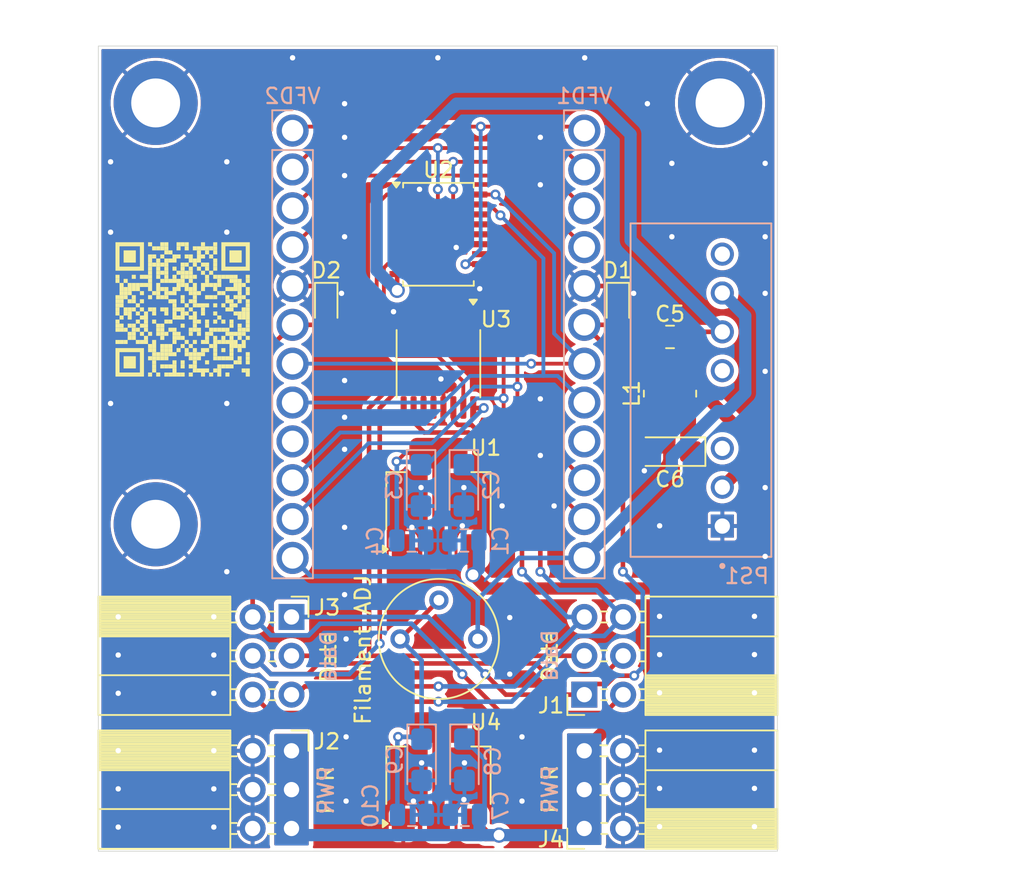
<source format=kicad_pcb>
(kicad_pcb (version 20241229) (generator "pcbnew") (generator_version "9.0")
  (layers (0 "F.Cu" signal) (2 "B.Cu" signal) (13 "F.Paste" user) (15 "B.Paste" user) (5 "F.SilkS" user "F.Silkscreen") (7 "B.SilkS" user "B.Silkscreen") (1 "F.Mask" user) (3 "B.Mask" user) (25 "Edge.Cuts" user))
  (net 0 "")
  (net 1 "GND")
  (net 2 "Vfilament")
  (net 3 "+5V")
  (net 4 "Vanode")
  (net 5 "+3V3")
  (net 6 "Net-(PS1-+VIN)")
  (net 7 "/GRID_1")
  (net 8 "+1V5")
  (net 9 "/GRID_2")
  (net 11 "Net-(U2-O1)")
  (net 12 "Net-(U2-I1)")
  (net 13 "Net-(U2-I6)")
  (net 14 "Net-(U2-O5)")
  (net 17 "Net-(U2-I2)")
  (net 18 "Net-(U2-O8)")
  (net 19 "Net-(U2-O6)")
  (net 20 "Net-(U2-O4)")
  (net 21 "Net-(U2-O3)")
  (net 22 "/SRCLK")
  (net 23 "Net-(U2-O2)")
  (net 24 "Net-(U2-I8)")
  (net 25 "Net-(U2-I7)")
  (net 26 "Net-(U2-I3)")
  (net 27 "Net-(U2-O7)")
  (net 28 "Net-(U2-I4)")
  (net 29 "Net-(U2-I5)")
  (net 31 "/SER")
  (net 32 "/RCLK")
  (net 33 "/{slash}SRCLR")
  (footprint "Connector_PinSocket_2.54mm:PinSocket_2x03_P2.54mm_Horizontal" (layer "F.Cu") (at 174.37 130.19 180)
    (property "Reference" "J4")
    (property "Value" "L_PWR_CONN")
  )
  (footprint "Diode_SMD:D_0603_1608Metric" (layer "F.Cu") (at 176.575 96 -90)
    (property "Reference" "D1")
    (property "Value" "XGD10603MR")
  )
  (footprint "Package_SO:TSSOP-16_4.4x5mm_P0.65mm" (layer "F.Cu") (at 164.8375 99.8 -90)
    (property "Reference" "U3")
    (property "Value" "SN74HC595PWR")
  )
  (footprint "Package_SO:SSOP-18_4.4x6.5mm_P0.65mm" (layer "F.Cu") (at 164.8375 91.34)
    (property "Reference" "U2")
    (property "Value" "TBD62783AFNG")
  )
  (footprint "Connector_PinSocket_2.54mm:PinSocket_2x03_P2.54mm_Horizontal" (layer "F.Cu") (at 155.23 116.36)
    (property "Reference" "J3")
    (property "Value" "R_SIG_CONN")
  )
  (footprint "MountingHole:MountingHole_3.2mm_M3_ISO14580_Pad_TopBottom" (layer "F.Cu") (at 183.25 82.75)
    (property "Reference" "H2" (hide yes))
    (property "Value" "MountingHole_Pad")
  )
  (footprint "Capacitor_Tantalum_SMD:CP_EIA-3216-18_Kemet-A" (layer "F.Cu") (at 179.98 105.55 180)
    (property "Reference" "C6")
    (property "Value" "10u")
  )
  (footprint "Inductor_SMD:L_1812_4532Metric" (layer "F.Cu") (at 179.98 101.7575 90)
    (property "Reference" "L1")
    (property "Value" "5.6u")
  )
  (footprint "Connector_PinSocket_2.54mm:PinSocket_2x03_P2.54mm_Horizontal" (layer "F.Cu") (at 155.23 125.11)
    (property "Reference" "J2")
    (property "Value" "R_PWR_CONN")
  )
  (footprint "MountingHole:MountingHole_3.2mm_M3_ISO14580_Pad_TopBottom" (layer "F.Cu") (at 146.35 82.75)
    (property "Reference" "H1" (hide yes))
    (property "Value" "MountingHole_Pad")
  )
  (footprint "MountingHole:MountingHole_3.2mm_M3_ISO14580_Pad_TopBottom" (layer "F.Cu") (at 146.35 110.3)
    (property "Reference" "H3" (hide yes))
    (property "Value" "MountingHole_Pad")
  )
  (footprint "Diode_SMD:D_0603_1608Metric" (layer "F.Cu") (at 157.5 96 -90)
    (property "Reference" "D2")
    (property "Value" "XGD10603MR")
  )
  (footprint "Connector_PinSocket_2.54mm:PinSocket_2x03_P2.54mm_Horizontal" (layer "F.Cu") (at 174.375 121.44 180)
    (property "Reference" "J1")
    (property "Value" "L_SIG_CONN")
  )
  (footprint "Package_TO_SOT_SMD:SOT-223-3_TabPin2" (layer "F.Cu") (at 164.8375 126.74 90)
    (property "Reference" "U4")
    (property "Value" "AMS1117-1.5")
  )
  (footprint "Capacitor_SMD:C_0805_2012Metric" (layer "F.Cu") (at 179.98 98.05)
    (property "Reference" "C5")
    (property "Value" "1u")
  )
  (footprint "Package_TO_SOT_SMD:SOT-223-3_TabPin2" (layer "F.Cu") (at 164.8375 108.8 90)
    (property "Reference" "U1")
    (property "Value" "AMS1117-3.3")
  )
  (footprint "Potentiometer_THT:Potentiometer_Bourns_3339P_Vertical" (layer "F.Cu") (at 162.3275 117.8 -90)
    (property "Reference" "RV1" (hide yes))
    (property "Value" "10")
  )
  (footprint "Capacitor_Tantalum_SMD:CP_EIA-3216-18_Kemet-A" (layer "B.Cu") (at 163.7 107.7575 -90)
    (property "Reference" "C3")
    (property "Value" "22u")
  )
  (footprint "Capacitor_SMD:C_0805_2012Metric" (layer "B.Cu") (at 166.53375 111.3575 180)
    (property "Reference" "C1")
    (property "Value" "100n")
  )
  (footprint "Capacitor_SMD:C_0805_2012Metric" (layer "B.Cu") (at 163.10375 129.2975)
    (property "Reference" "C10")
    (property "Value" "100n")
  )
  (footprint "Connector_PinSocket_2.54mm:PinSocket_1x12_P2.54mm_Vertical" (layer "B.Cu") (at 155.3 84.56 180)
    (property "Reference" "VFD2")
    (property "Value" "IV-22")
  )
  (footprint "Capacitor_Tantalum_SMD:CP_EIA-3216-18_Kemet-A" (layer "B.Cu") (at 166.5375 125.6975 -90)
    (property "Reference" "C8")
    (property "Value" "10u")
  )
  (footprint "Capacitor_SMD:C_0805_2012Metric" (layer "B.Cu") (at 163.06625 111.3575)
    (property "Reference" "C4")
    (property "Value" "100n")
  )
  (footprint "Capacitor_Tantalum_SMD:CP_EIA-3216-18_Kemet-A" (layer "B.Cu") (at 163.7375 125.6975 -90)
    (property "Reference" "C9")
    (property "Value" "22u")
  )
  (footprint "Capacitor_Tantalum_SMD:CP_EIA-3216-18_Kemet-A" (layer "B.Cu") (at 166.5 107.7575 -90)
    (property "Reference" "C2")
    (property "Value" "10u")
  )
  (footprint "Connector_PinSocket_2.54mm:PinSocket_1x12_P2.54mm_Vertical" (layer "B.Cu") (at 174.375 84.56 180)
    (property "Reference" "VFD1")
    (property "Value" "IV-22")
  )
  (footprint "VFDClock_custom_lib:CONV_RS3K-0524S_H3" (layer "B.Cu") (at 182 101.5275 90)
    (property "Reference" "PS1")
    (property "Value" "RS3K-0524S_H3")
  )
  (footprint "Capacitor_SMD:C_0805_2012Metric" (layer "B.Cu") (at 166.57125 129.2975 180)
    (property "Reference" "C7")
    (property "Value" "100n")
  )
  (gr_poly (pts (xy 147.979402 94.519724) (xy 147.713206 94.519724) (xy 147.713206 94.253526) (xy 147.979402 94.253526)) (fill yes) (layer "F.SilkS"))
  (gr_poly (pts (xy 148.245598 93.454936) (xy 147.979402 93.454936) (xy 147.979402 93.18874) (xy 148.245598 93.18874)) (fill yes) (layer "F.SilkS"))
  (gr_poly (pts (xy 147.979402 97.980276) (xy 147.713206 97.980276) (xy 147.713206 97.71408) (xy 147.979402 97.71408)) (fill yes) (layer "F.SilkS"))
  (gr_poly (pts (xy 152.238546 95.584509) (xy 151.972349 95.584509) (xy 151.972349 95.318313) (xy 152.238546 95.318313)) (fill yes) (layer "F.SilkS"))
  (gr_poly (pts (xy 149.57658 99.045064) (xy 149.310383 99.045064) (xy 149.310383 98.778865) (xy 149.57658 98.778865)) (fill yes) (layer "F.SilkS"))
  (gr_poly (pts (xy 151.972349 94.519724) (xy 151.706153 94.519724) (xy 151.706153 94.253526) (xy 151.972349 94.253526)) (fill yes) (layer "F.SilkS"))
  (gr_poly (pts (xy 149.310383 99.577457) (xy 149.044187 99.577457) (xy 149.044187 99.31126) (xy 149.310383 99.31126)) (fill yes) (layer "F.SilkS"))
  (gr_poly (pts (xy 150.375169 96.649294) (xy 150.108973 96.649294) (xy 150.108973 96.383098) (xy 150.375169 96.383098)) (fill yes) (layer "F.SilkS"))
  (gr_poly (pts (xy 152.504743 97.447883) (xy 152.238546 97.447883) (xy 152.238546 97.181687) (xy 152.504743 97.181687)) (fill yes) (layer "F.SilkS"))
  (gr_poly (pts (xy 149.044187 92.390151) (xy 148.777991 92.390151) (xy 148.777991 92.123953) (xy 149.044187 92.123953)) (fill yes) (layer "F.SilkS"))
  (gr_poly (pts (xy 151.439957 96.116902) (xy 151.17376 96.116902) (xy 151.17376 95.850706) (xy 151.439957 95.850706)) (fill yes) (layer "F.SilkS"))
  (gr_poly (pts (xy 149.310383 93.721134) (xy 149.044187 93.721134) (xy 149.044187 93.454936) (xy 149.310383 93.454936)) (fill yes) (layer "F.SilkS"))
  (gr_poly (pts (xy 150.375169 94.253526) (xy 150.108973 94.253526) (xy 150.108973 93.98733) (xy 150.375169 93.98733)) (fill yes) (layer "F.SilkS"))
  (gr_poly (pts (xy 149.842776 97.181687) (xy 149.57658 97.181687) (xy 149.57658 96.915491) (xy 149.842776 96.915491)) (fill yes) (layer "F.SilkS"))
  (gr_poly (pts (xy 145.05124 95.584509) (xy 144.785043 95.584509) (xy 144.785043 95.318313) (xy 145.05124 95.318313)) (fill yes) (layer "F.SilkS"))
  (gr_poly (pts (xy 150.641365 99.577457) (xy 150.375169 99.577457) (xy 150.375169 99.31126) (xy 150.641365 99.31126)) (fill yes) (layer "F.SilkS"))
  (gr_poly (pts (xy 151.17376 94.253526) (xy 150.907564 94.253526) (xy 150.907564 93.98733) (xy 151.17376 93.98733)) (fill yes) (layer "F.SilkS"))
  (gr_poly (pts (xy 145.05124 95.850706) (xy 144.785043 95.850706) (xy 144.785043 95.584509) (xy 145.05124 95.584509)) (fill yes) (layer "F.SilkS"))
  (gr_poly (pts (xy 146.64842 95.584509) (xy 146.382224 95.584509) (xy 146.382224 95.318313) (xy 146.64842 95.318313)) (fill yes) (layer "F.SilkS"))
  (gr_poly (pts (xy 150.375169 92.123953) (xy 150.108973 92.123953) (xy 150.108973 91.857757) (xy 150.375169 91.857757)) (fill yes) (layer "F.SilkS"))
  (gr_poly (pts (xy 146.64842 93.98733) (xy 146.382224 93.98733) (xy 146.382224 93.721134) (xy 146.64842 93.721134)) (fill yes) (layer "F.SilkS"))
  (gr_poly (pts (xy 146.116026 99.577457) (xy 145.84983 99.577457) (xy 145.84983 99.31126) (xy 146.116026 99.31126)) (fill yes) (layer "F.SilkS"))
  (gr_poly (pts (xy 149.044187 95.584509) (xy 148.777991 95.584509) (xy 148.777991 95.318313) (xy 149.044187 95.318313)) (fill yes) (layer "F.SilkS"))
  (gr_poly (pts (xy 151.439957 95.850706) (xy 151.17376 95.850706) (xy 151.17376 95.584509) (xy 151.439957 95.584509)) (fill yes) (layer "F.SilkS"))
  (gr_poly (pts (xy 146.382224 93.454936) (xy 146.116026 93.454936) (xy 146.116026 93.18874) (xy 146.382224 93.18874)) (fill yes) (layer "F.SilkS"))
  (gr_poly (pts (xy 151.439957 97.181687) (xy 151.17376 97.181687) (xy 151.17376 96.915491) (xy 151.439957 96.915491)) (fill yes) (layer "F.SilkS"))
  (gr_poly (pts (xy 145.84983 94.253526) (xy 145.583634 94.253526) (xy 145.583634 93.98733) (xy 145.84983 93.98733)) (fill yes) (layer "F.SilkS"))
  (gr_poly (pts (xy 145.05124 97.447883) (xy 144.785043 97.447883) (xy 144.785043 97.181687) (xy 145.05124 97.181687)) (fill yes) (layer "F.SilkS"))
  (gr_poly (pts (xy 149.310383 100.376046) (xy 149.044187 100.376046) (xy 149.044187 100.109849) (xy 149.310383 100.109849)) (fill yes) (layer "F.SilkS"))
  (gr_poly (pts (xy 150.907564 99.577457) (xy 150.641365 99.577457) (xy 150.641365 99.31126) (xy 150.907564 99.31126)) (fill yes) (layer "F.SilkS"))
  (gr_poly (pts (xy 147.713206 100.376046) (xy 147.447009 100.376046) (xy 147.447009 100.109849) (xy 147.713206 100.109849)) (fill yes) (layer "F.SilkS"))
  (gr_poly (pts (xy 143.986453 96.383098) (xy 143.720257 96.383098) (xy 143.720257 96.116902) (xy 143.986453 96.116902)) (fill yes) (layer "F.SilkS"))
  (gr_poly (pts (xy 146.914617 92.390151) (xy 146.64842 92.390151) (xy 146.64842 92.123953) (xy 146.914617 92.123953)) (fill yes) (layer "F.SilkS"))
  (gr_poly (pts (xy 149.842776 94.78592) (xy 149.57658 94.78592) (xy 149.57658 94.519724) (xy 149.842776 94.519724)) (fill yes) (layer "F.SilkS"))
  (gr_poly (pts (xy 152.504743 95.052117) (xy 152.238546 95.052117) (xy 152.238546 94.78592) (xy 152.504743 94.78592)) (fill yes) (layer "F.SilkS"))
  (gr_poly (pts (xy 145.317436 94.78592) (xy 145.05124 94.78592) (xy 145.05124 94.519724) (xy 145.317436 94.519724)) (fill yes) (layer "F.SilkS"))
  (gr_poly (pts (xy 148.511794 92.123953) (xy 148.245598 92.123953) (xy 148.245598 91.857757) (xy 148.511794 91.857757)) (fill yes) (layer "F.SilkS"))
  (gr_poly (pts (xy 149.842776 96.116902) (xy 149.57658 96.116902) (xy 149.57658 95.850706) (xy 149.842776 95.850706)) (fill yes) (layer "F.SilkS"))
  (gr_poly (pts (xy 151.972349 95.318313) (xy 151.706153 95.318313) (xy 151.706153 95.052117) (xy 151.972349 95.052117)) (fill yes) (layer "F.SilkS"))
  (gr_poly (pts (xy 144.518847 95.318313) (xy 144.252651 95.318313) (xy 144.252651 95.052117) (xy 144.518847 95.052117)) (fill yes) (layer "F.SilkS"))
  (gr_poly (pts (xy 150.375169 93.721134) (xy 150.108973 93.721134) (xy 150.108973 93.454936) (xy 150.375169 93.454936)) (fill yes) (layer "F.SilkS"))
  (gr_poly (pts (xy 149.57658 100.376046) (xy 149.310383 100.376046) (xy 149.310383 100.109849) (xy 149.57658 100.109849)) (fill yes) (layer "F.SilkS"))
  (gr_poly (pts (xy 150.907564 97.71408) (xy 150.641365 97.71408) (xy 150.641365 97.447883) (xy 150.907564 97.447883)) (fill yes) (layer "F.SilkS"))
  (gr_poly (pts (xy 148.245598 99.843653) (xy 147.979402 99.843653) (xy 147.979402 99.577457) (xy 148.245598 99.577457)) (fill yes) (layer "F.SilkS"))
  (gr_poly (pts (xy 151.17376 95.584509) (xy 150.907564 95.584509) (xy 150.907564 95.318313) (xy 151.17376 95.318313)) (fill yes) (layer "F.SilkS"))
  (gr_poly (pts (xy 145.05124 95.052117) (xy 144.785043 95.052117) (xy 144.785043 94.78592) (xy 145.05124 94.78592)) (fill yes) (layer "F.SilkS"))
  (gr_poly (pts (xy 143.986453 95.584509) (xy 143.720257 95.584509) (xy 143.720257 95.318313) (xy 143.986453 95.318313)) (fill yes) (layer "F.SilkS"))
  (gr_poly (pts (xy 150.108973 95.584509) (xy 149.842776 95.584509) (xy 149.842776 95.318313) (xy 150.108973 95.318313)) (fill yes) (layer "F.SilkS"))
  (gr_poly (pts (xy 151.439957 99.045064) (xy 151.17376 99.045064) (xy 151.17376 98.778865) (xy 151.439957 98.778865)) (fill yes) (layer "F.SilkS"))
  (gr_poly (pts (xy 151.972349 98.246473) (xy 151.706153 98.246473) (xy 151.706153 97.980276) (xy 151.972349 97.980276)) (fill yes) (layer "F.SilkS"))
  (gr_poly (pts (xy 147.979402 94.78592) (xy 147.713206 94.78592) (xy 147.713206 94.519724) (xy 147.979402 94.519724)) (fill yes) (layer "F.SilkS"))
  (gr_poly (pts (xy 148.511794 94.253526) (xy 148.245598 94.253526) (xy 148.245598 93.98733) (xy 148.511794 93.98733)) (fill yes) (layer "F.SilkS"))
  (gr_poly (pts (xy 147.713206 97.980276) (xy 147.447009 97.980276) (xy 147.447009 97.71408) (xy 147.713206 97.71408)) (fill yes) (layer "F.SilkS"))
  (gr_poly (pts (xy 150.375169 95.052117) (xy 150.108973 95.052117) (xy 150.108973 94.78592) (xy 150.375169 94.78592)) (fill yes) (layer "F.SilkS"))
  (gr_poly (pts (xy 146.116026 95.584509) (xy 145.84983 95.584509) (xy 145.84983 95.318313) (xy 146.116026 95.318313)) (fill yes) (layer "F.SilkS"))
  (gr_poly (pts (xy 149.044187 94.78592) (xy 148.777991 94.78592) (xy 148.777991 94.519724) (xy 149.044187 94.519724)) (fill yes) (layer "F.SilkS"))
  (gr_poly (pts (xy 149.842776 99.045064) (xy 149.57658 99.045064) (xy 149.57658 98.778865) (xy 149.842776 98.778865)) (fill yes) (layer "F.SilkS"))
  (gr_poly (pts (xy 149.044187 97.447883) (xy 148.777991 97.447883) (xy 148.777991 97.181687) (xy 149.044187 97.181687)) (fill yes) (layer "F.SilkS"))
  (gr_poly (pts (xy 147.713206 95.052117) (xy 147.447009 95.052117) (xy 147.447009 94.78592) (xy 147.713206 94.78592)) (fill yes) (layer "F.SilkS"))
  (gr_poly (pts (xy 147.180813 95.052117) (xy 146.914617 95.052117) (xy 146.914617 94.78592) (xy 147.180813 94.78592)) (fill yes) (layer "F.SilkS"))
  (gr_poly (pts (xy 149.044187 93.454936) (xy 148.777991 93.454936) (xy 148.777991 93.18874) (xy 149.044187 93.18874)) (fill yes) (layer "F.SilkS"))
  (gr_poly (pts (xy 145.317436 98.512669) (xy 145.05124 98.512669) (xy 145.05124 98.246473) (xy 145.317436 98.246473)) (fill yes) (layer "F.SilkS"))
  (gr_poly (pts (xy 146.914617 97.71408) (xy 146.64842 97.71408) (xy 146.64842 97.447883) (xy 146.914617 97.447883)) (fill yes) (layer "F.SilkS"))
  (gr_poly (pts (xy 146.64842 93.18874) (xy 146.382224 93.18874) (xy 146.382224 92.922543) (xy 146.64842 92.922543)) (fill yes) (layer "F.SilkS"))
  (gr_poly (pts (xy 148.777991 93.18874) (xy 148.511794 93.18874) (xy 148.511794 92.922543) (xy 148.777991 92.922543)) (fill yes) (layer "F.SilkS"))
  (gr_poly (pts (xy 146.914617 98.778865) (xy 146.64842 98.778865) (xy 146.64842 98.512669) (xy 146.914617 98.512669)) (fill yes) (layer "F.SilkS"))
  (gr_poly (pts (xy 149.044187 100.376046) (xy 148.777991 100.376046) (xy 148.777991 100.109849) (xy 149.044187 100.109849)) (fill yes) (layer "F.SilkS"))
  (gr_poly (pts (xy 151.706153 94.519724) (xy 151.439957 94.519724) (xy 151.439957 94.253526) (xy 151.706153 94.253526)) (fill yes) (layer "F.SilkS"))
  (gr_poly (pts (xy 150.907564 96.116902) (xy 150.641365 96.116902) (xy 150.641365 95.850706) (xy 150.907564 95.850706)) (fill yes) (layer "F.SilkS"))
  (gr_poly (pts (xy 147.713206 99.843653) (xy 147.447009 99.843653) (xy 147.447009 99.577457) (xy 147.713206 99.577457)) (fill yes) (layer "F.SilkS"))
  (gr_poly (pts (xy 149.842776 98.246473) (xy 149.57658 98.246473) (xy 149.57658 97.980276) (xy 149.842776 97.980276)) (fill yes) (layer "F.SilkS"))
  (gr_poly (pts (xy 148.511794 99.31126) (xy 148.245598 99.31126) (xy 148.245598 99.045064) (xy 148.511794 99.045064)) (fill yes) (layer "F.SilkS"))
  (gr_poly (pts (xy 150.375169 92.656347) (xy 150.108973 92.656347) (xy 150.108973 92.390151) (xy 150.375169 92.390151)) (fill yes) (layer "F.SilkS"))
  (gr_poly (pts (xy 150.641365 97.71408) (xy 150.375169 97.71408) (xy 150.375169 97.447883) (xy 150.641365 97.447883)) (fill yes) (layer "F.SilkS"))
  (gr_poly (pts (xy 146.382224 98.778865) (xy 146.116026 98.778865) (xy 146.116026 98.512669) (xy 146.382224 98.512669)) (fill yes) (layer "F.SilkS"))
  (gr_poly (pts (xy 151.972349 97.71408) (xy 151.706153 97.71408) (xy 151.706153 97.447883) (xy 151.972349 97.447883)) (fill yes) (layer "F.SilkS"))
  (gr_poly (pts (xy 151.17376 97.71408) (xy 150.907564 97.71408) (xy 150.907564 97.447883) (xy 151.17376 97.447883)) (fill yes) (layer "F.SilkS"))
  (gr_poly (pts (xy 143.986453 96.649294) (xy 143.720257 96.649294) (xy 143.720257 96.383098) (xy 143.986453 96.383098)) (fill yes) (layer "F.SilkS"))
  (gr_poly (pts (xy 146.914617 92.123953) (xy 146.64842 92.123953) (xy 146.64842 91.857757) (xy 146.914617 91.857757)) (fill yes) (layer "F.SilkS"))
  (gr_poly (pts (xy 150.375169 100.376046) (xy 150.108973 100.376046) (xy 150.108973 100.109849) (xy 150.375169 100.109849)) (fill yes) (layer "F.SilkS"))
  (gr_poly (pts (xy 151.439957 98.246473) (xy 151.17376 98.246473) (xy 151.17376 97.980276) (xy 151.439957 97.980276)) (fill yes) (layer "F.SilkS"))
  (gr_poly (pts (xy 146.116026 92.123953) (xy 145.84983 92.123953) (xy 145.84983 91.857757) (xy 146.116026 91.857757)) (fill yes) (layer "F.SilkS"))
  (gr_poly (pts (xy 150.907564 97.181687) (xy 150.641365 97.181687) (xy 150.641365 96.915491) (xy 150.907564 96.915491)) (fill yes) (layer "F.SilkS"))
  (gr_poly (pts (xy 148.511794 98.512669) (xy 148.245598 98.512669) (xy 148.245598 98.246473) (xy 148.511794 98.246473)) (fill yes) (layer "F.SilkS"))
  (gr_poly (pts (xy 151.439957 97.980276) (xy 151.17376 97.980276) (xy 151.17376 97.71408) (xy 151.439957 97.71408)) (fill yes) (layer "F.SilkS"))
  (gr_poly (pts (xy 151.706153 98.778865) (xy 151.439957 98.778865) (xy 151.439957 98.512669) (xy 151.706153 98.512669)) (fill yes) (layer "F.SilkS"))
  (gr_poly (pts (xy 146.116026 94.253526) (xy 145.84983 94.253526) (xy 145.84983 93.98733) (xy 146.116026 93.98733)) (fill yes) (layer "F.SilkS"))
  (gr_poly (pts (xy 145.583634 96.915491) (xy 145.317436 96.915491) (xy 145.317436 96.649294) (xy 145.583634 96.649294)) (fill yes) (layer "F.SilkS"))
  (gr_poly (pts (xy 146.382224 99.843653) (xy 146.116026 99.843653) (xy 146.116026 99.577457) (xy 146.382224 99.577457)) (fill yes) (layer "F.SilkS"))
  (gr_poly (pts (xy 147.180813 99.31126) (xy 146.914617 99.31126) (xy 146.914617 99.045064) (xy 147.180813 99.045064)) (fill yes) (layer "F.SilkS"))
  (gr_poly (pts (xy 145.84983 97.71408) (xy 145.583634 97.71408) (xy 145.583634 97.447883) (xy 145.84983 97.447883)) (fill yes) (layer "F.SilkS"))
  (gr_poly (pts (xy 149.310383 92.390151) (xy 149.044187 92.390151) (xy 149.044187 92.123953) (xy 149.310383 92.123953)) (fill yes) (layer "F.SilkS"))
  (gr_poly (pts (xy 148.777991 96.915491) (xy 148.511794 96.915491) (xy 148.511794 96.649294) (xy 148.777991 96.649294)) (fill yes) (layer "F.SilkS"))
  (gr_poly (pts (xy 145.05124 97.980276) (xy 144.785043 97.980276) (xy 144.785043 97.71408) (xy 145.05124 97.71408)) (fill yes) (layer "F.SilkS"))
  (gr_poly (pts (xy 144.518847 97.71408) (xy 144.252651 97.71408) (xy 144.252651 97.447883) (xy 144.518847 97.447883)) (fill yes) (layer "F.SilkS"))
  (gr_poly (pts (xy 146.382224 99.577457) (xy 146.116026 99.577457) (xy 146.116026 99.31126) (xy 146.382224 99.31126)) (fill yes) (layer "F.SilkS"))
  (gr_poly (pts (xy 150.108973 97.71408) (xy 149.842776 97.71408) (xy 149.842776 97.447883) (xy 150.108973 97.447883)) (fill yes) (layer "F.SilkS"))
  (gr_poly (pts (xy 144.252651 98.512669) (xy 143.986453 98.512669) (xy 143.986453 98.246473) (xy 144.252651 98.246473)) (fill yes) (layer "F.SilkS"))
  (gr_poly (pts (xy 149.310383 92.656347) (xy 149.044187 92.656347) (xy 149.044187 92.390151) (xy 149.310383 92.390151)) (fill yes) (layer "F.SilkS"))
  (gr_poly (pts (xy 147.180813 95.318313) (xy 146.914617 95.318313) (xy 146.914617 95.052117) (xy 147.180813 95.052117)) (fill yes) (layer "F.SilkS"))
  (gr_poly (pts (xy 148.777991 95.052117) (xy 148.511794 95.052117) (xy 148.511794 94.78592) (xy 148.777991 94.78592)) (fill yes) (layer "F.SilkS"))
  (gr_poly (pts (xy 146.116026 96.383098) (xy 145.84983 96.383098) (xy 145.84983 96.116902) (xy 146.116026 96.116902)) (fill yes) (layer "F.SilkS"))
  (gr_poly (pts (xy 144.785043 98.246473) (xy 144.518847 98.246473) (xy 144.518847 97.980276) (xy 144.785043 97.980276)) (fill yes) (layer "F.SilkS"))
  (gr_poly (pts (xy 146.64842 95.318313) (xy 146.382224 95.318313) (xy 146.382224 95.052117) (xy 146.64842 95.052117)) (fill yes) (layer "F.SilkS"))
  (gr_poly (pts (xy 146.64842 97.71408) (xy 146.382224 97.71408) (xy 146.382224 97.447883) (xy 146.64842 97.447883)) (fill yes) (layer "F.SilkS"))
  (gr_poly (pts (xy 148.777991 98.778865) (xy 148.511794 98.778865) (xy 148.511794 98.512669) (xy 148.777991 98.512669)) (fill yes) (layer "F.SilkS"))
  (gr_poly (pts (xy 149.044187 95.318313) (xy 148.777991 95.318313) (xy 148.777991 95.052117) (xy 149.044187 95.052117)) (fill yes) (layer "F.SilkS"))
  (gr_poly (pts (xy 147.979402 99.045064) (xy 147.713206 99.045064) (xy 147.713206 98.778865) (xy 147.979402 98.778865)) (fill yes) (layer "F.SilkS"))
  (gr_poly (pts (xy 150.641365 94.253526) (xy 150.375169 94.253526) (xy 150.375169 93.98733) (xy 150.641365 93.98733)) (fill yes) (layer "F.SilkS"))
  (gr_poly (pts (xy 150.108973 93.98733) (xy 149.842776 93.98733) (xy 149.842776 93.721134) (xy 150.108973 93.721134)) (fill yes) (layer "F.SilkS"))
  (gr_poly (pts (xy 151.706153 98.512669) (xy 151.439957 98.512669) (xy 151.439957 98.246473) (xy 151.706153 98.246473)) (fill yes) (layer "F.SilkS"))
  (gr_poly (pts (xy 151.972349 96.649294) (xy 151.706153 96.649294) (xy 151.706153 96.383098) (xy 151.972349 96.383098)) (fill yes) (layer "F.SilkS"))
  (gr_poly (pts (xy 148.245598 94.519724) (xy 147.979402 94.519724) (xy 147.979402 94.253526) (xy 148.245598 94.253526)) (fill yes) (layer "F.SilkS"))
  (gr_poly (pts (xy 151.17376 100.109849) (xy 150.907564 100.109849) (xy 150.907564 99.843653) (xy 151.17376 99.843653)) (fill yes) (layer "F.SilkS"))
  (gr_poly (pts (xy 151.972349 97.980276) (xy 151.706153 97.980276) (xy 151.706153 97.71408) (xy 151.972349 97.71408)) (fill yes) (layer "F.SilkS"))
  (gr_poly (pts (xy 150.641365 100.376046) (xy 150.375169 100.376046) (xy 150.375169 100.109849) (xy 150.641365 100.109849)) (fill yes) (layer "F.SilkS"))
  (gr_poly (pts (xy 147.713206 94.519724) (xy 147.447009 94.519724) (xy 147.447009 94.253526) (xy 147.713206 94.253526)) (fill yes) (layer "F.SilkS"))
  (gr_poly (pts (xy 146.914617 93.454936) (xy 146.64842 93.454936) (xy 146.64842 93.18874) (xy 146.914617 93.18874)) (fill yes) (layer "F.SilkS"))
  (gr_poly (pts (xy 147.180813 93.454936) (xy 146.914617 93.454936) (xy 146.914617 93.18874) (xy 147.180813 93.18874)) (fill yes) (layer "F.SilkS"))
  (gr_poly (pts (xy 144.518847 95.052117) (xy 144.252651 95.052117) (xy 144.252651 94.78592) (xy 144.518847 94.78592)) (fill yes) (layer "F.SilkS"))
  (gr_poly (pts (xy 149.57658 96.649294) (xy 149.310383 96.649294) (xy 149.310383 96.383098) (xy 149.57658 96.383098)) (fill yes) (layer "F.SilkS"))
  (gr_poly (pts (xy 147.713206 100.642243) (xy 147.447009 100.642243) (xy 147.447009 100.376046) (xy 147.713206 100.376046)) (fill yes) (layer "F.SilkS"))
  (gr_poly (pts (xy 150.907564 99.045064) (xy 150.641365 99.045064) (xy 150.641365 98.778865) (xy 150.907564 98.778865)) (fill yes) (layer "F.SilkS"))
  (gr_poly (pts (xy 148.777991 97.71408) (xy 148.511794 97.71408) (xy 148.511794 97.447883) (xy 148.777991 97.447883)) (fill yes) (layer "F.SilkS"))
  (gr_poly (pts (xy 148.245598 94.78592) (xy 147.979402 94.78592) (xy 147.979402 94.519724) (xy 148.245598 94.519724)) (fill yes) (layer "F.SilkS"))
  (gr_poly (pts (xy 147.713206 96.649294) (xy 147.447009 96.649294) (xy 147.447009 96.383098) (xy 147.713206 96.383098)) (fill yes) (layer "F.SilkS"))
  (gr_poly (pts (xy 148.245598 93.98733) (xy 147.979402 93.98733) (xy 147.979402 93.721134) (xy 148.245598 93.721134)) (fill yes) (layer "F.SilkS"))
  (gr_poly (pts (xy 151.972349 99.577457) (xy 151.706153 99.577457) (xy 151.706153 99.31126) (xy 151.972349 99.31126)) (fill yes) (layer "F.SilkS"))
  (gr_poly (pts (xy 146.116026 93.98733) (xy 145.84983 93.98733) (xy 145.84983 93.721134) (xy 146.116026 93.721134)) (fill yes) (layer "F.SilkS"))
  (gr_poly (pts (xy 148.511794 93.454936) (xy 148.245598 93.454936) (xy 148.245598 93.18874) (xy 148.511794 93.18874)) (fill yes) (layer "F.SilkS"))
  (gr_poly (pts (xy 151.439957 99.31126) (xy 151.17376 99.31126) (xy 151.17376 99.045064) (xy 151.439957 99.045064)) (fill yes) (layer "F.SilkS"))
  (gr_poly (pts (xy 151.439957 98.512669) (xy 151.17376 98.512669) (xy 151.17376 98.246473) (xy 151.439957 98.246473)) (fill yes) (layer "F.SilkS"))
  (gr_poly (pts (xy 152.504743 99.31126) (xy 152.238546 99.31126) (xy 152.238546 99.045064) (xy 152.504743 99.045064)) (fill yes) (layer "F.SilkS"))
  (gr_poly (pts (xy 148.777991 99.577457) (xy 148.511794 99.577457) (xy 148.511794 99.31126) (xy 148.777991 99.31126)) (fill yes) (layer "F.SilkS"))
  (gr_poly (pts (xy 151.17376 97.980276) (xy 150.907564 97.980276) (xy 150.907564 97.71408) (xy 151.17376 97.71408)) (fill yes) (layer "F.SilkS"))
  (gr_poly (pts (xy 149.57658 98.512669) (xy 149.310383 98.512669) (xy 149.310383 98.246473) (xy 149.57658 98.246473)) (fill yes) (layer "F.SilkS"))
  (gr_poly (pts (xy 151.439957 95.052117) (xy 151.17376 95.052117) (xy 151.17376 94.78592) (xy 151.439957 94.78592)) (fill yes) (layer "F.SilkS"))
  (gr_poly (pts (xy 149.044187 99.045064) (xy 148.777991 99.045064) (xy 148.777991 98.778865) (xy 149.044187 98.778865)) (fill yes) (layer "F.SilkS"))
  (gr_poly (pts (xy 152.504743 95.318313) (xy 152.238546 95.318313) (xy 152.238546 95.052117) (xy 152.504743 95.052117)) (fill yes) (layer "F.SilkS"))
  (gr_poly (pts (xy 151.17376 100.642243) (xy 150.907564 100.642243) (xy 150.907564 100.376046) (xy 151.17376 100.376046)) (fill yes) (layer "F.SilkS"))
  (gr_poly (pts (xy 146.64842 94.253526) (xy 146.382224 94.253526) (xy 146.382224 93.98733) (xy 146.64842 93.98733)) (fill yes) (layer "F.SilkS"))
  (gr_poly (pts (xy 146.914617 99.577457) (xy 146.64842 99.577457) (xy 146.64842 99.31126) (xy 146.914617 99.31126)) (fill yes) (layer "F.SilkS"))
  (gr_poly (pts (xy 147.713206 96.915491) (xy 147.447009 96.915491) (xy 147.447009 96.649294) (xy 147.713206 96.649294)) (fill yes) (layer "F.SilkS"))
  (gr_poly (pts (xy 147.447009 92.656347) (xy 147.180813 92.656347) (xy 147.180813 92.390151) (xy 147.447009 92.390151)) (fill yes) (layer "F.SilkS"))
  (gr_poly (pts (xy 149.310383 97.71408) (xy 149.044187 97.71408) (xy 149.044187 97.447883) (xy 149.310383 97.447883)) (fill yes) (layer "F.SilkS"))
  (gr_poly (pts (xy 152.238546 96.915491) (xy 151.972349 96.915491) (xy 151.972349 96.649294) (xy 152.238546 96.649294)) (fill yes) (layer "F.SilkS"))
  (gr_poly (pts (xy 152.504743 97.181687) (xy 152.238546 97.181687) (xy 152.238546 96.915491) (xy 152.504743 96.915491)) (fill yes) (layer "F.SilkS"))
  (gr_poly (pts (xy 149.842776 92.390151) (xy 149.57658 92.390151) (xy 149.57658 92.123953) (xy 149.842776 92.123953)) (fill yes) (layer "F.SilkS"))
  (gr_poly (pts (xy 143.986453 98.512669) (xy 143.720257 98.512669) (xy 143.720257 98.246473) (xy 143.986453 98.246473)) (fill yes) (layer "F.SilkS"))
  (gr_poly (pts (xy 146.64842 95.052117) (xy 146.382224 95.052117) (xy 146.382224 94.78592) (xy 146.64842 94.78592)) (fill yes) (layer "F.SilkS"))
  (gr_poly (pts (xy 143.986453 95.850706) (xy 143.720257 95.850706) (xy 143.720257 95.584509) (xy 143.986453 95.584509)) (fill yes) (layer "F.SilkS"))
  (gr_poly (pts (xy 148.245598 100.109849) (xy 147.979402 100.109849) (xy 147.979402 99.843653) (xy 148.245598 99.843653)) (fill yes) (layer "F.SilkS"))
  (gr_poly (pts (xy 144.785043 95.318313) (xy 144.518847 95.318313) (xy 144.518847 95.052117) (xy 144.785043 95.052117)) (fill yes) (layer "F.SilkS"))
  (gr_poly (pts (xy 143.986453 97.181687) (xy 143.720257 97.181687) (xy 143.720257 96.915491) (xy 143.986453 96.915491)) (fill yes) (layer "F.SilkS"))
  (gr_poly (pts (xy 146.382224 99.045064) (xy 146.116026 99.045064) (xy 146.116026 98.778865) (xy 146.382224 98.778865)) (fill yes) (layer "F.SilkS"))
  (gr_poly (pts (xy 145.583634 97.447883) (xy 145.317436 97.447883) (xy 145.317436 97.181687) (xy 145.583634 97.181687)) (fill yes) (layer "F.SilkS"))
  (gr_poly (pts (xy 146.382224 92.390151) (xy 146.116026 92.390151) (xy 146.116026 92.123953) (xy 146.382224 92.123953)) (fill yes) (layer "F.SilkS"))
  (gr_poly (pts (xy 147.180813 93.98733) (xy 146.914617 93.98733) (xy 146.914617 93.721134) (xy 147.180813 93.721134)) (fill yes) (layer "F.SilkS"))
  (gr_poly (pts (xy 151.706153 96.649294) (xy 151.439957 96.649294) (xy 151.439957 96.383098) (xy 151.706153 96.383098)) (fill yes) (layer "F.SilkS"))
  (gr_poly (pts (xy 149.310383 99.31126) (xy 149.044187 99.31126) (xy 149.044187 99.045064) (xy 149.310383 99.045064)) (fill yes) (layer "F.SilkS"))
  (gr_poly (pts (xy 150.641365 95.318313) (xy 150.375169 95.318313) (xy 150.375169 95.052117) (xy 150.641365 95.052117)) (fill yes) (layer "F.SilkS"))
  (gr_poly (pts (xy 145.05124 97.71408) (xy 144.785043 97.71408) (xy 144.785043 97.447883) (xy 145.05124 97.447883)) (fill yes) (layer "F.SilkS"))
  (gr_poly (pts (xy 149.310383 96.116902) (xy 149.044187 96.116902) (xy 149.044187 95.850706) (xy 149.310383 95.850706)) (fill yes) (layer "F.SilkS"))
  (gr_poly (pts (xy 149.57658 93.454936) (xy 149.310383 93.454936) (xy 149.310383 93.18874) (xy 149.57658 93.18874)) (fill yes) (layer "F.SilkS"))
  (gr_poly (pts (xy 150.641365 94.519724) (xy 150.375169 94.519724) (xy 150.375169 94.253526) (xy 150.641365 94.253526)) (fill yes) (layer "F.SilkS"))
  (gr_poly (pts (xy 148.777991 96.383098) (xy 148.511794 96.383098) (xy 148.511794 96.116902) (xy 148.777991 96.116902)) (fill yes) (layer "F.SilkS"))
  (gr_poly (pts (xy 152.504743 96.116902) (xy 152.238546 96.116902) (xy 152.238546 95.850706) (xy 152.504743 95.850706)) (fill yes) (layer "F.SilkS"))
  (gr_poly (pts (xy 149.044187 100.109849) (xy 148.777991 100.109849) (xy 148.777991 99.843653) (xy 149.044187 99.843653)) (fill yes) (layer "F.SilkS"))
  (gr_poly (pts (xy 152.238546 97.71408) (xy 151.972349 97.71408) (xy 151.972349 97.447883) (xy 152.238546 97.447883)) (fill yes) (layer "F.SilkS"))
  (gr_poly (pts (xy 152.504743 98.246473) (xy 152.238546 98.246473) (xy 152.238546 97.980276) (xy 152.504743 97.980276)) (fill yes) (layer "F.SilkS"))
  (gr_poly (pts (xy 146.116026 93.18874) (xy 145.84983 93.18874) (xy 145.84983 92.922543) (xy 146.116026 92.922543)) (fill yes) (layer "F.SilkS"))
  (gr_poly (pts (xy 150.641365 98.512669) (xy 150.375169 98.512669) (xy 150.375169 98.246473) (xy 150.641365 98.246473)) (fill yes) (layer "F.SilkS"))
  (gr_poly (pts (xy 149.57658 93.98733) (xy 149.310383 93.98733) (xy 149.310383 93.721134) (xy 149.57658 93.721134)) (fill yes) (layer "F.SilkS"))
  (gr_poly (pts (xy 151.439957 96.383098) (xy 151.17376 96.383098) (xy 151.17376 96.116902) (xy 151.439957 96.116902)) (fill yes) (layer "F.SilkS"))
  (gr_poly (pts (xy 150.108973 100.642243) (xy 149.842776 100.642243) (xy 149.842776 100.376046) (xy 150.108973 100.376046)) (fill yes) (layer "F.SilkS"))
  (gr_poly (pts (xy 150.375169 99.577457) (xy 150.108973 99.577457) (xy 150.108973 99.31126) (xy 150.375169 99.31126)) (fill yes) (layer "F.SilkS"))
  (gr_poly (pts (xy 149.044187 99.31126) (xy 148.777991 99.31126) (xy 148.777991 99.045064) (xy 149.044187 99.045064)) (fill yes) (layer "F.SilkS"))
  (gr_poly (pts (xy 148.777991 97.980276) (xy 148.511794 97.980276) (xy 148.511794 97.71408) (xy 148.777991 97.71408)) (fill yes) (layer "F.SilkS"))
  (gr_poly (pts (xy 146.914617 97.980276) (xy 146.64842 97.980276) (xy 146.64842 97.71408) (xy 146.914617 97.71408)) (fill yes) (layer "F.SilkS"))
  (gr_poly (pts (xy 146.64842 93.721134) (xy 146.382224 93.721134) (xy 146.382224 93.454936) (xy 146.64842 93.454936)) (fill yes) (layer "F.SilkS"))
  (gr_poly (pts (xy 152.238546 100.376046) (xy 151.972349 100.376046) (xy 151.972349 100.109849) (xy 152.238546 100.109849)) (fill yes) (layer "F.SilkS"))
  (gr_poly (pts (xy 144.785043 95.850706) (xy 144.518847 95.850706) (xy 144.518847 95.584509) (xy 144.785043 95.584509)) (fill yes) (layer "F.SilkS"))
  (gr_poly (pts (xy 144.785043 96.915491) (xy 144.518847 96.915491) (xy 144.518847 96.649294) (xy 144.785043 96.649294)) (fill yes) (layer "F.SilkS"))
  (gr_poly (pts (xy 147.447009 94.519724) (xy 147.180813 94.519724) (xy 147.180813 94.253526) (xy 147.447009 94.253526)) (fill yes) (layer "F.SilkS"))
  (gr_poly (pts (xy 144.785043 94.78592) (xy 144.518847 94.78592) (xy 144.518847 94.519724) (xy 144.785043 94.519724)) (fill yes) (layer "F.SilkS"))
  (gr_poly (pts (xy 145.583634 96.383098) (xy 145.317436 96.383098) (xy 145.317436 96.116902) (xy 145.583634 96.116902)) (fill yes) (layer "F.SilkS"))
  (gr_poly (pts (xy 150.907564 95.318313) (xy 150.641365 95.318313) (xy 150.641365 95.052117) (xy 150.907564 95.052117)) (fill yes) (layer "F.SilkS"))
  (gr_poly (pts (xy 152.504743 100.376046) (xy 152.238546 100.376046) (xy 152.238546 100.109849) (xy 152.504743 100.109849)) (fill yes) (layer "F.SilkS"))
  (gr_poly (pts (xy 146.116026 94.519724) (xy 145.84983 94.519724) (xy 145.84983 94.253526) (xy 146.116026 94.253526)) (fill yes) (layer "F.SilkS"))
  (gr_poly (pts (xy 149.842776 93.721134) (xy 149.57658 93.721134) (xy 149.57658 93.454936) (xy 149.842776 93.454936)) (fill yes) (layer "F.SilkS"))
  (gr_poly (pts (xy 150.375169 99.045064) (xy 150.108973 99.045064) (xy 150.108973 98.778865) (xy 150.375169 98.778865)) (fill yes) (layer "F.SilkS"))
  (gr_poly (pts (xy 152.504743 96.915491) (xy 152.238546 96.915491) (xy 152.238546 96.649294) (xy 152.504743 96.649294)) (fill yes) (layer "F.SilkS"))
  (gr_poly (pts (xy 147.447009 97.181687) (xy 147.180813 97.181687) (xy 147.180813 96.915491) (xy 147.447009 96.915491)) (fill yes) (layer "F.SilkS"))
  (gr_poly (pts (xy 151.706153 95.584509) (xy 151.439957 95.584509) (xy 151.439957 95.318313) (xy 151.706153 95.318313)) (fill yes) (layer "F.SilkS"))
  (gr_poly (pts (xy 152.238546 96.383098) (xy 151.972349 96.383098) (xy 151.972349 96.116902) (xy 152.238546 96.116902)) (fill yes) (layer "F.SilkS"))
  (gr_poly (pts (xy 145.84983 98.246473) (xy 145.583634 98.246473) (xy 145.583634 97.980276) (xy 145.84983 97.980276)) (fill yes) (layer "F.SilkS"))
  (gr_poly (pts (xy 149.842776 97.447883) (xy 149.57658 97.447883) (xy 149.57658 97.181687) (xy 149.842776 97.181687)) (fill yes) (layer "F.SilkS"))
  (gr_poly (pts (xy 150.375169 98.778865) (xy 150.108973 98.778865) (xy 150.108973 98.512669) (xy 150.375169 98.512669)) (fill yes) (layer "F.SilkS"))
  (gr_poly (pts (xy 145.583634 100.642243) (xy 143.720257 100.642243) (xy 143.720257 100.376046) (xy 143.986453 100.376046) (xy 145.317436 100.376046) (xy 145.317436 99.045064) (xy 143.986453 99.045064) (xy 143.986453 100.376046) (xy 143.720257 100.376046) (xy 143.720257 98.778865) (xy 145.583634 98.778865)) (fill yes) (layer "F.SilkS"))
  (gr_poly (pts (xy 152.238546 94.78592) (xy 151.972349 94.78592) (xy 151.972349 94.519724) (xy 152.238546 94.519724)) (fill yes) (layer "F.SilkS"))
  (gr_poly (pts (xy 144.252651 96.116902) (xy 143.986453 96.116902) (xy 143.986453 95.850706) (xy 144.252651 95.850706)) (fill yes) (layer "F.SilkS"))
  (gr_poly (pts (xy 149.310383 97.181687) (xy 149.044187 97.181687) (xy 149.044187 96.915491) (xy 149.310383 96.915491)) (fill yes) (layer "F.SilkS"))
  (gr_poly (pts (xy 152.504743 96.383098) (xy 152.238546 96.383098) (xy 152.238546 96.116902) (xy 152.504743 96.116902)) (fill yes) (layer "F.SilkS"))
  (gr_poly (pts (xy 148.777991 94.519724) (xy 148.511794 94.519724) (xy 148.511794 94.253526) (xy 148.777991 94.253526)) (fill yes) (layer "F.SilkS"))
  (gr_poly (pts (xy 149.044187 97.181687) (xy 148.777991 97.181687) (xy 148.777991 96.915491) (xy 149.044187 96.915491)) (fill yes) (layer "F.SilkS"))
  (gr_poly (pts (xy 147.713206 95.318313) (xy 147.447009 95.318313) (xy 147.447009 95.052117) (xy 147.713206 95.052117)) (fill yes) (layer "F.SilkS"))
  (gr_poly (pts (xy 147.713206 93.721134) (xy 147.447009 93.721134) (xy 147.447009 93.454936) (xy 147.713206 93.454936)) (fill yes) (layer "F.SilkS"))
  (gr_poly (pts (xy 151.439957 97.447883) (xy 151.17376 97.447883) (xy 151.17376 97.181687) (xy 151.439957 97.181687)) (fill yes) (layer "F.SilkS"))
  (gr_poly (pts (xy 147.180813 100.109849) (xy 146.914617 100.109849) (xy 146.914617 99.843653) (xy 147.180813 99.843653)) (fill yes) (layer "F.SilkS"))
  (gr_poly (pts (xy 148.511794 96.116902) (xy 148.245598 96.116902) (xy 148.245598 95.850706) (xy 148.511794 95.850706)) (fill yes) (layer "F.SilkS"))
  (gr_poly (pts (xy 145.317436 96.116902) (xy 145.05124 96.116902) (xy 145.05124 95.850706) (xy 145.317436 95.850706)) (fill yes) (layer "F.SilkS"))
  (gr_poly (pts (xy 152.238546 98.512669) (xy 151.972349 98.512669) (xy 151.972349 98.246473) (xy 152.238546 98.246473)) (fill yes) (layer "F.SilkS"))
  (gr_poly (pts (xy 149.842776 92.656347) (xy 149.57658 92.656347) (xy 149.57658 92.390151) (xy 149.842776 92.390151)) (fill yes) (layer "F.SilkS"))
  (gr_poly (pts (xy 146.382224 100.109849) (xy 146.116026 100.109849) (xy 146.116026 99.843653) (xy 146.382224 99.843653)) (fill yes) (layer "F.SilkS"))
  (gr_poly (pts (xy 147.447009 98.778865) (xy 147.180813 98.778865) (xy 147.180813 98.512669) (xy 147.447009 98.512669)) (fill yes) (layer "F.SilkS"))
  (gr_poly (pts (xy 144.518847 95.584509) (xy 144.252651 95.584509) (xy 144.252651 95.318313) (xy 144.518847 95.318313)) (fill yes) (layer "F.SilkS"))
  (gr_poly (pts (xy 149.842776 93.454936) (xy 149.57658 93.454936) (xy 149.57658 93.18874) (xy 149.842776 93.18874)) (fill yes) (layer "F.SilkS"))
  (gr_poly (pts (xy 144.785043 96.383098) (xy 144.518847 96.383098) (xy 144.518847 96.116902) (xy 144.785043 96.116902)) (fill yes) (layer "F.SilkS"))
  (gr_poly (pts (xy 145.583634 95.318313) (xy 145.317436 95.318313) (xy 145.317436 95.052117) (xy 145.583634 95.052117)) (fill yes) (layer "F.SilkS"))
  (gr_poly (pts (xy 146.64842 99.577457) (xy 146.382224 99.577457) (xy 146.382224 99.31126) (xy 146.64842 99.31126)) (fill yes) (layer "F.SilkS"))
  (gr_poly (pts (xy 147.447009 95.850706) (xy 147.180813 95.850706) (xy 147.180813 95.584509) (xy 147.447009 95.584509)) (fill yes) (layer "F.SilkS"))
  (gr_poly (pts (xy 151.706153 96.116902) (xy 151.439957 96.116902) (xy 151.439957 95.850706) (xy 151.706153 95.850706)) (fill yes) (layer "F.SilkS"))
  (gr_poly (pts (xy 146.914617 96.383098) (xy 146.64842 96.383098) (xy 146.64842 96.116902) (xy 146.914617 96.116902)) (fill yes) (layer "F.SilkS"))
  (gr_poly (pts (xy 149.842776 94.253526) (xy 149.57658 94.253526) (xy 149.57658 93.98733) (xy 149.842776 93.98733)) (fill yes) (layer "F.SilkS"))
  (gr_poly (pts (xy 151.706153 94.78592) (xy 151.439957 94.78592) (xy 151.439957 94.519724) (xy 151.706153 94.519724)) (fill yes) (layer "F.SilkS"))
  (gr_poly (pts (xy 152.504743 97.71408) (xy 152.238546 97.71408) (xy 152.238546 97.447883) (xy 152.504743 97.447883)) (fill yes) (layer "F.SilkS"))
  (gr_poly (pts (xy 146.116026 93.721134) (xy 145.84983 93.721134) (xy 145.84983 93.454936) (xy 146.116026 93.454936)) (fill yes) (layer "F.SilkS"))
  (gr_poly (pts (xy 144.518847 98.512669) (xy 144.252651 98.512669) (xy 144.252651 98.246473) (xy 144.518847 98.246473)) (fill yes) (layer "F.SilkS"))
  (gr_poly (pts (xy 148.511794 99.045064) (xy 148.245598 99.045064) (xy 148.245598 98.778865) (xy 148.511794 98.778865)) (fill yes) (layer "F.SilkS"))
  (gr_poly (pts (xy 149.044187 97.71408) (xy 148.777991 97.71408) (xy 148.777991 97.447883) (xy 149.044187 97.447883)) (fill yes) (layer "F.SilkS"))
  (gr_poly (pts (xy 150.375169 94.78592) (xy 150.108973 94.78592) (xy 150.108973 94.519724) (xy 150.375169 94.519724)) (fill yes) (layer "F.SilkS"))
  (gr_poly (pts (xy 148.245598 98.778865) (xy 147.979402 98.778865) (xy 147.979402 98.512669) (xy 148.245598 98.512669)) (fill yes) (layer "F.SilkS"))
  (gr_poly (pts (xy 147.180813 95.584509) (xy 146.914617 95.584509) (xy 146.914617 95.318313) (xy 147.180813 95.318313)) (fill yes) (layer "F.SilkS"))
  (gr_poly (pts (xy 152.504743 99.843653) (xy 152.238546 99.843653) (xy 152.238546 99.577457) (xy 152.504743 99.577457)) (fill yes) (layer "F.SilkS"))
  (gr_poly (pts (xy 151.972349 96.915491) (xy 151.706153 96.915491) (xy 151.706153 96.649294) (xy 151.972349 96.649294)) (fill yes) (layer "F.SilkS"))
  (gr_poly (pts (xy 151.706153 99.843653) (xy 151.439957 99.843653) (xy 151.439957 99.577457) (xy 151.706153 99.577457)) (fill yes) (layer "F.SilkS"))
  (gr_poly (pts (xy 149.57658 94.78592) (xy 149.310383 94.78592) (xy 149.310383 94.519724) (xy 149.57658 94.519724)) (fill yes) (layer "F.SilkS"))
  (gr_poly (pts (xy 147.180813 92.123953) (xy 146.914617 92.123953) (xy 146.914617 91.857757) (xy 147.180813 91.857757)) (fill yes) (layer "F.SilkS"))
  (gr_poly (pts (xy 147.979402 92.123953) (xy 147.713206 92.123953) (xy 147.713206 91.857757) (xy 147.979402 91.857757)) (fill yes) (layer "F.SilkS"))
  (gr_poly (pts (xy 152.238546 98.778865) (xy 151.972349 98.778865) (xy 151.972349 98.512669) (xy 152.238546 98.512669)) (fill yes) (layer "F.SilkS"))
  (gr_poly (pts (xy 149.57658 96.116902) (xy 149.310383 96.116902) (xy 149.310383 95.850706) (xy 149.57658 95.850706)) (fill yes) (layer "F.SilkS"))
  (gr_poly (pts (xy 148.245598 95.584509) (xy 147.979402 95.584509) (xy 147.979402 95.318313) (xy 148.245598 95.318313)) (fill yes) (layer "F.SilkS"))
  (gr_poly (pts (xy 147.180813 94.253526) (xy 146.914617 94.253526) (xy 146.914617 93.98733) (xy 147.180813 93.98733)) (fill yes) (layer "F.SilkS"))
  (gr_poly (pts (xy 151.439957 99.577457) (xy 151.17376 99.577457) (xy 151.17376 99.31126) (xy 151.439957 99.31126)) (fill yes) (layer "F.SilkS"))
  (gr_poly (pts (xy 144.252651 95.052117) (xy 143.986453 95.052117) (xy 143.986453 94.78592) (xy 144.252651 94.78592)) (fill yes) (layer "F.SilkS"))
  (gr_poly (pts (xy 146.914617 92.922543) (xy 146.64842 92.922543) (xy 146.64842 92.656347) (xy 146.914617 92.656347)) (fill yes) (layer "F.SilkS"))
  (gr_poly (pts (xy 148.777991 92.922543) (xy 148.511794 92.922543) (xy 148.511794 92.656347) (xy 148.777991 92.656347)) (fill yes) (layer "F.SilkS"))
  (gr_poly (pts (xy 147.713206 93.18874) (xy 147.447009 93.18874) (xy 147.447009 92.922543) (xy 147.713206 92.922543)) (fill yes) (layer "F.SilkS"))
  (gr_poly (pts (xy 144.252651 97.71408) (xy 143.986453 97.71408) (xy 143.986453 97.447883) (xy 144.252651 97.447883)) (fill yes) (layer "F.SilkS"))
  (gr_poly (pts (xy 150.375169 97.71408) (xy 150.108973 97.71408) (xy 150.108973 97.447883) (xy 150.375169 97.447883)) (fill yes) (layer "F.SilkS"))
  (gr_poly (pts (xy 152.504743 94.519724) (xy 152.238546 94.519724) (xy 152.238546 94.253526) (xy 152.504743 94.253526)) (fill yes) (layer "F.SilkS"))
  (gr_poly (pts (xy 144.252651 97.447883) (xy 143.986453 97.447883) (xy 143.986453 97.181687) (xy 144.252651 97.181687)) (fill yes) (layer "F.SilkS"))
  (gr_poly (pts (xy 148.245598 100.642243) (xy 147.979402 100.642243) (xy 147.979402 100.376046) (xy 148.245598 100.376046)) (fill yes) (layer "F.SilkS"))
  (gr_poly (pts (xy 147.180813 96.649294) (xy 146.914617 96.649294) (xy 146.914617 96.383098) (xy 147.180813 96.383098)) (fill yes) (layer "F.SilkS"))
  (gr_poly (pts (xy 151.439957 100.109849) (xy 151.17376 100.109849) (xy 151.17376 99.843653) (xy 151.439957 99.843653)) (fill yes) (layer "F.SilkS"))
  (gr_poly (pts (xy 151.706153 97.980276) (xy 151.439957 97.980276) (xy 151.439957 97.71408) (xy 151.706153 97.71408)) (fill yes) (layer "F.SilkS"))
  (gr_poly (pts (xy 147.447009 97.71408) (xy 147.180813 97.71408) (xy 147.180813 97.447883) (xy 147.447009 97.447883)) (fill yes) (layer "F.SilkS"))
  (gr_poly (pts (xy 150.375169 97.181687) (xy 150.108973 97.181687) (xy 150.108973 96.915491) (xy 150.375169 96.915491)) (fill yes) (layer "F.SilkS"))
  (gr_poly (pts (xy 150.907564 100.109849) (xy 150.641365 100.109849) (xy 150.641365 99.843653) (xy 150.907564 99.843653)) (fill yes) (layer "F.SilkS"))
  (gr_poly (pts (xy 147.979402 95.052117) (xy 147.713206 95.052117) (xy 147.713206 94.78592) (xy 147.979402 94.78592)) (fill yes) (layer "F.SilkS"))
  (gr_poly (pts (xy 144.785043 97.980276) (xy 144.518847 97.980276) (xy 144.518847 97.71408) (xy 144.785043 97.71408)) (fill yes) (layer "F.SilkS"))
  (gr_poly (pts (xy 144.518847 96.649294) (xy 144.252651 96.649294) (xy 144.252651 96.383098) (xy 144.518847 96.383098)) (fill yes) (layer "F.SilkS"))
  (gr_poly (pts (xy 147.713206 96.116902) (xy 147.447009 96.116902) (xy 147.447009 95.850706) (xy 147.713206 95.850706)) (fill yes) (layer "F.SilkS"))
  (gr_poly (pts (xy 147.447009 95.318313) (xy 147.180813 95.318313) (xy 147.180813 95.052117) (xy 147.447009 95.052117)) (fill yes) (layer "F.SilkS"))
  (gr_poly (pts (xy 149.57658 96.383098) (xy 149.310383 96.383098) (xy 149.310383 96.116902) (xy 149.57658 96.116902)) (fill yes) (layer "F.SilkS"))
  (gr_poly (pts (xy 145.84983 96.915491) (xy 145.583634 96.915491) (xy 145.583634 96.649294) (xy 145.84983 96.649294)) (fill yes) (layer "F.SilkS"))
  (gr_poly (pts (xy 148.777991 95.850706) (xy 148.511794 95.850706) (xy 148.511794 95.584509) (xy 148.777991 95.584509)) (fill yes) (layer "F.SilkS"))
  (gr_poly (pts (xy 148.245598 96.383098) (xy 147.979402 96.383098) (xy 147.979402 96.116902) (xy 148.245598 96.116902)) (fill yes) (layer "F.SilkS"))
  (gr_poly (pts (xy 143.986453 97.447883) (xy 143.720257 97.447883) (xy 143.720257 97.181687) (xy 143.986453 97.181687)) (fill yes) (layer "F.SilkS"))
  (gr_poly (pts (xy 149.044187 99.577457) (xy 148.777991 99.577457) (xy 148.777991 99.31126) (xy 149.044187 99.31126)) (fill yes) (layer "F.SilkS"))
  (gr_poly (pts (xy 144.518847 94.519724) (xy 144.252651 94.519724) (xy 144.252651 94.253526) (xy 144.518847 94.253526)) (fill yes) (layer "F.SilkS"))
  (gr_poly (pts (xy 146.914617 93.98733) (xy 146.64842 93.98733) (xy 146.64842 93.721134) (xy 146.914617 93.721134)) (fill yes) (layer "F.SilkS"))
  (gr_poly (pts (xy 151.17376 95.850706) (xy 150.907564 95.850706) (xy 150.907564 95.584509) (xy 151.17376 95.584509)) (fill yes) (layer "F.SilkS"))
  (gr_poly (pts (xy 148.511794 93.98733) (xy 148.245598 93.98733) (xy 148.245598 93.721134) (xy 148.511794 93.721134)) (fill yes) (layer "F.SilkS"))
  (gr_poly (pts (xy 151.17376 96.383098) (xy 150.907564 96.383098) (xy 150.907564 96.116902) (xy 151.17376 96.116902)) (fill yes) (layer "F.SilkS"))
  (gr_poly (pts (xy 147.180813 100.642243) (xy 146.914617 100.642243) (xy 146.914617 100.376046) (xy 147.180813 100.376046)) (fill yes) (layer "F.SilkS"))
  (gr_poly (pts (xy 147.713206 92.922543) (xy 147.447009 92.922543) (xy 147.447009 92.656347) (xy 147.713206 92.656347)) (fill yes) (layer "F.SilkS"))
  (gr_poly (pts (xy 146.382224 97.181687) (xy 146.116026 97.181687) (xy 146.116026 96.915491) (xy 146.382224 96.915491)) (fill yes) (layer "F.SilkS"))
  (gr_poly (pts (xy 150.108973 98.778865) (xy 149.842776 98.778865) (xy 149.842776 98.512669) (xy 150.108973 98.512669)) (fill yes) (layer "F.SilkS"))
  (gr_poly (pts (xy 149.044187 95.052117) (xy 148.777991 95.052117) (xy 148.777991 94.78592) (xy 149.044187 94.78592)) (fill yes) (layer "F.SilkS"))
  (gr_poly (pts (xy 148.245598 95.850706) (xy 147.979402 95.850706) (xy 147.979402 95.584509) (xy 148.245598 95.584509)) (fill yes) (layer "F.SilkS"))
  (gr_poly (pts (xy 146.116026 98.778865) (xy 145.84983 98.778865) (xy 145.84983 98.512669) (xy 146.116026 98.512669)) (fill yes) (layer "F.SilkS"))
  (gr_poly (pts (xy 148.777991 93.721134) (xy 148.511794 93.721134) (xy 148.511794 93.454936) (xy 148.777991 93.454936)) (fill yes) (layer "F.SilkS"))
  (gr_poly (pts (xy 150.907564 94.253526) (xy 150.641365 94.253526) (xy 150.641365 93.98733) (xy 150.907564 93.98733)) (fill yes) (layer "F.SilkS"))
  (gr_poly (pts (xy 146.64842 97.980276) (xy 146.382224 97.980276) (xy 146.382224 97.71408) (xy 146.64842 97.71408)) (fill yes) (layer "F.SilkS"))
  (gr_poly (pts (xy 147.979402 93.98733) (xy 147.713206 93.98733) (xy 147.713206 93.721134) (xy 147.979402 93.721134)) (fill yes) (layer "F.SilkS"))
  (gr_poly (pts (xy 149.044187 94.253526) (xy 148.777991 94.253526) (xy 148.777991 93.98733) (xy 149.044187 93.98733)) (fill yes) (layer "F.SilkS"))
  (gr_poly (pts (xy 147.447009 99.31126) (xy 147.180813 99.31126) (xy 147.180813 99.045064) (xy 147.447009 99.045064)) (fill yes) (layer "F.SilkS"))
  (gr_poly (pts (xy 147.447009 99.045064) (xy 147.180813 99.045064) (xy 147.180813 98.778865) (xy 147.447009 98.778865)) (fill yes) (layer "F.SilkS"))
  (gr_poly (pts (xy 149.310383 93.18874) (xy 149.044187 93.18874) (xy 149.044187 92.922543) (xy 149.310383 92.922543)) (fill yes) (layer "F.SilkS"))
  (gr_poly (pts (xy 151.972349 94.78592) (xy 151.706153 94.78592) (xy 151.706153 94.519724) (xy 151.972349 94.519724)) (fill yes) (layer "F.SilkS"))
  (gr_poly (pts (xy 149.842776 100.376046) (xy 149.57658 100.376046) (xy 149.57658 100.109849) (xy 149.842776 100.109849)) (fill yes) (layer "F.SilkS"))
  (gr_poly (pts (xy 152.504743 95.850706) (xy 152.238546 95.850706) (xy 152.238546 95.584509) (xy 152.504743 95.584509)) (fill yes) (layer "F.SilkS"))
  (gr_poly (pts (xy 148.777991 100.642243) (xy 148.511794 100.642243) (xy 148.511794 100.376046) (xy 148.777991 100.376046)) (fill yes) (layer "F.SilkS"))
  (gr_poly (pts (xy 149.57658 99.31126) (xy 149.310383 99.31126) (xy 149.310383 99.045064) (xy 149.57658 99.045064)) (fill yes) (layer "F.SilkS"))
  (gr_poly (pts (xy 148.777991 95.318313) (xy 148.511794 95.318313) (xy 148.511794 95.052117) (xy 148.777991 95.052117)) (fill yes) (layer "F.SilkS"))
  (gr_poly (pts (xy 149.310383 95.318313) (xy 149.044187 95.318313) (xy 149.044187 95.052117) (xy 149.310383 95.052117)) (fill yes) (layer "F.SilkS"))
  (gr_poly (pts (xy 146.382224 98.512669) (xy 146.116026 98.512669) (xy 146.116026 98.246473) (xy 146.382224 98.246473)) (fill yes) (layer "F.SilkS"))
  (gr_poly (pts (xy 147.180813 93.721134) (xy 146.914617 93.721134) (xy 146.914617 93.454936) (xy 147.180813 93.454936)) (fill yes) (layer "F.SilkS"))
  (gr_poly (pts (xy 144.785043 96.649294) (xy 144.518847 96.649294) (xy 144.518847 96.383098) (xy 144.785043 96.383098)) (fill yes) (layer "F.SilkS"))
  (gr_poly (pts (xy 147.447009 93.18874) (xy 147.180813 93.18874) (xy 147.180813 92.922543) (xy 147.447009 92.922543)) (fill yes) (layer "F.SilkS"))
  (gr_poly (pts (xy 146.914617 97.447883) (xy 146.64842 97.447883) (xy 146.64842 97.181687) (xy 146.914617 97.181687)) (fill yes) (layer "F.SilkS"))
  (gr_poly (pts (xy 148.777991 93.98733) (xy 148.511794 93.98733) (xy 148.511794 93.721134) (xy 148.777991 93.721134)) (fill yes) (layer "F.SilkS"))
  (gr_poly (pts (xy 146.914617 99.31126) (xy 146.64842 99.31126) (xy 146.64842 99.045064) (xy 146.914617 99.045064)) (fill yes) (layer "F.SilkS"))
  (gr_poly (pts (xy 145.05124 94.253526) (xy 144.785043 94.253526) (xy 144.785043 93.98733) (xy 145.05124 93.98733)) (fill yes) (layer "F.SilkS"))
  (gr_poly (pts (xy 145.05124 96.383098) (xy 144.785043 96.383098) (xy 144.785043 96.116902) (xy 145.05124 96.116902)) (fill yes) (layer "F.SilkS"))
  (gr_poly (pts (xy 145.583634 93.721134) (xy 143.720257 93.721134) (xy 143.720257 93.454936) (xy 143.986453 93.454936) (xy 145.317436 93.454936) (xy 145.317436 92.123953) (xy 143.986453 92.123953) (xy 143.986453 93.454936) (xy 143.720257 93.454936) (xy 143.720257 91.857757) (xy 145.583634 91.857757)) (fill yes) (layer "F.SilkS"))
  (gr_poly (pts (xy 150.108973 92.390151) (xy 149.842776 92.390151) (xy 149.842776 92.123953) (xy 150.108973 92.123953)) (fill yes) (layer "F.SilkS"))
  (gr_poly (pts (xy 151.439957 94.519724) (xy 151.17376 94.519724) (xy 151.17376 94.253526) (xy 151.439957 94.253526)) (fill yes) (layer "F.SilkS"))
  (gr_poly (pts (xy 147.979402 96.383098) (xy 147.713206 96.383098) (xy 147.713206 96.116902) (xy 147.979402 96.116902)) (fill yes) (layer "F.SilkS"))
  (gr_poly (pts (xy 146.382224 100.376046) (xy 146.116026 100.376046) (xy 146.116026 100.109849) (xy 146.382224 100.109849)) (fill yes) (layer "F.SilkS"))
  (gr_poly (pts (xy 146.116026 95.052117) (xy 145.84983 95.052117) (xy 145.84983 94.78592) (xy 146.116026 94.78592)) (fill yes) (layer "F.SilkS"))
  (gr_poly (pts (xy 149.842776 99.843653) (xy 149.57658 99.843653) (xy 149.57658 99.577457) (xy 149.842776 99.577457)) (fill yes) (layer "F.SilkS"))
  (gr_poly (pts (xy 151.972349 93.18874) (xy 151.17376 93.18874) (xy 151.17376 92.390151) (xy 151.972349 92.390151)) (fill yes) (layer "F.SilkS"))
  (gr_poly (pts (xy 146.116026 94.78592) (xy 145.84983 94.78592) (xy 145.84983 94.519724) (xy 146.116026 94.519724)) (fill yes) (layer "F.SilkS"))
  (gr_poly (pts (xy 149.57658 92.390151) (xy 149.310383 92.390151) (xy 149.310383 92.123953) (xy 149.57658 92.123953)) (fill yes) (layer "F.SilkS"))
  (gr_poly (pts (xy 147.713206 94.253526) (xy 147.447009 94.253526) (xy 147.447009 93.98733) (xy 147.713206 93.98733)) (fill yes) (layer "F.SilkS"))
  (gr_poly (pts (xy 147.713206 98.246473) (xy 147.447009 98.246473) (xy 147.447009 97.980276) (xy 147.713206 97.980276)) (fill yes) (layer "F.SilkS"))
  (gr_poly (pts (xy 144.252651 95.584509) (xy 143.986453 95.584509) (xy 143.986453 95.318313) (xy 144.252651 95.318313)) (fill yes) (layer "F.SilkS"))
  (gr_poly (pts (xy 150.375169 95.584509) (xy 150.108973 95.584509) (xy 150.108973 95.318313) (xy 150.375169 95.318313)) (fill yes) (layer "F.SilkS"))
  (gr_poly (pts (xy 151.972349 95.850706) (xy 151.706153 95.850706) (xy 151.706153 95.584509) (xy 151.972349 95.584509)) (fill yes) (layer "F.SilkS"))
  (gr_poly (pts (xy 147.713206 96.383098) (xy 147.447009 96.383098) (xy 147.447009 96.116902) (xy 147.713206 96.116902)) (fill yes) (layer "F.SilkS"))
  (gr_poly (pts (xy 146.64842 99.31126) (xy 146.382224 99.31126) (xy 146.382224 99.045064) (xy 146.64842 99.045064)) (fill yes) (layer "F.SilkS"))
  (gr_poly (pts (xy 152.504743 93.721134) (xy 150.641365 93.721134) (xy 150.641365 93.454936) (xy 150.907564 93.454936) (xy 152.238546 93.454936) (xy 152.238546 92.123953) (xy 150.907564 92.123953) (xy 150.907564 93.454936) (xy 150.641365 93.454936) (xy 150.641365 91.857757) (xy 152.504743 91.857757)) (fill yes) (layer "F.SilkS"))
  (gr_poly (pts (xy 150.108973 97.980276) (xy 149.842776 97.980276) (xy 149.842776 97.71408) (xy 150.108973 97.71408)) (fill yes) (layer "F.SilkS"))
  (gr_poly (pts (xy 151.972349 99.843653) (xy 151.706153 99.843653) (xy 151.706153 99.577457) (xy 151.972349 99.577457)) (fill yes) (layer "F.SilkS"))
  (gr_poly (pts (xy 149.044187 93.18874) (xy 148.777991 93.18874) (xy 148.777991 92.922543) (xy 149.044187 92.922543)) (fill yes) (layer "F.SilkS"))
  (gr_poly (pts (xy 149.842776 98.512669) (xy 149.57658 98.512669) (xy 149.57658 98.246473) (xy 149.842776 98.246473)) (fill yes) (layer "F.SilkS"))
  (gr_poly (pts (xy 151.17376 98.512669) (xy 150.907564 98.512669) (xy 150.907564 98.246473) (xy 151.17376 98.246473)) (fill yes) (layer "F.SilkS"))
  (gr_poly (pts (xy 151.706153 94.253526) (xy 151.439957 94.253526) (xy 151.439957 93.98733) (xy 151.706153 93.98733)) (fill yes) (layer "F.SilkS"))
  (gr_poly (pts (xy 146.914617 99.045064) (xy 146.64842 99.045064) (xy 146.64842 98.778865) (xy 146.914617 98.778865)) (fill yes) (layer "F.SilkS"))
  (gr_poly (pts (xy 152.238546 97.980276) (xy 151.972349 97.980276) (xy 151.972349 97.71408) (xy 152.238546 97.71408)) (fill yes) (layer "F.SilkS"))
  (gr_poly (pts (xy 145.583634 98.512669) (xy 145.317436 98.512669) (xy 145.317436 98.246473) (xy 145.583634 98.246473)) (fill yes) (layer "F.SilkS"))
  (gr_poly (pts (xy 145.84983 98.512669) (xy 145.583634 98.512669) (xy 145.583634 98.246473) (xy 145.84983 98.246473)) (fill yes) (layer "F.SilkS"))
  (gr_poly (pts (xy 147.713206 95.850706) (xy 147.447009 95.850706) (xy 147.447009 95.584509) (xy 147.713206 95.584509)) (fill yes) (layer "F.SilkS"))
  (gr_poly (pts (xy 147.180813 92.656347) (xy 146.914617 92.656347) (xy 146.914617 92.390151) (xy 147.180813 92.390151)) (fill yes) (layer "F.SilkS"))
  (gr_poly (pts (xy 146.382224 96.383098) (xy 146.116026 96.383098) (xy 146.116026 96.116902) (xy 146.382224 96.116902)) (fill yes) (layer "F.SilkS"))
  (gr_poly (pts (xy 146.116026 99.045064) (xy 145.84983 99.045064) (xy 145.84983 98.778865) (xy 146.116026 98.778865)) (fill yes) (layer "F.SilkS"))
  (gr_poly (pts (xy 146.116026 100.642243) (xy 145.84983 100.642243) (xy 145.84983 100.376046) (xy 146.116026 100.376046)) (fill yes) (layer "F.SilkS"))
  (gr_poly (pts (xy 151.972349 97.447883) (xy 151.706153 97.447883) (xy 151.706153 97.181687) (xy 151.972349 97.181687)) (fill yes) (layer "F.SilkS"))
  (gr_poly (pts (xy 146.914617 98.246473) (xy 146.64842 98.246473) (xy 146.64842 97.980276) (xy 146.914617 97.980276)) (fill yes) (layer "F.SilkS"))
  (gr_poly (pts (xy 146.382224 92.922543) (xy 146.116026 92.922543) (xy 146.116026 92.656347) (xy 146.382224 92.656347)) (fill yes) (layer "F.SilkS"))
  (gr_poly (pts (xy 149.044187 96.915491) (xy 148.777991 96.915491) (xy 148.777991 96.649294) (xy 149.044187 96.649294)) (fill yes) (layer "F.SilkS"))
  (gr_poly (pts (xy 146.64842 92.390151) (xy 146.382224 92.390151) (xy 146.382224 92.123953) (xy 146.64842 92.123953)) (fill yes) (layer "F.SilkS"))
  (gr_poly (pts (xy 146.116026 92.922543) (xy 145.84983 92.922543) (xy 145.84983 92.656347) (xy 146.116026 92.656347)) (fill yes) (layer "F.SilkS"))
  (gr_poly (pts (xy 148.511794 92.390151) (xy 148.245598 92.390151) (xy 148.245598 92.123953) (xy 148.511794 92.123953)) (fill yes) (layer "F.SilkS"))
  (gr_poly (pts (xy 147.979402 92.922543) (xy 147.713206 92.922543) (xy 147.713206 92.656347) (xy 147.979402 92.656347)) (fill yes) (layer "F.SilkS"))
  (gr_poly (pts (xy 147.180813 98.778865) (xy 146.914617 98.778865) (xy 146.914617 98.512669) (xy 147.180813 98.512669)) (fill yes) (layer "F.SilkS"))
  (gr_poly (pts (xy 149.57658 95.052117) (xy 149.310383 95.052117) (xy 149.310383 94.78592) (xy 149.57658 94.78592)) (fill yes) (layer "F.SilkS"))
  (gr_poly (pts (xy 147.713206 100.109849) (xy 147.447009 100.109849) (xy 147.447009 99.843653) (xy 147.713206 99.843653)) (fill yes) (layer "F.SilkS"))
  (gr_poly (pts (xy 146.914617 100.109849) (xy 146.64842 100.109849) (xy 146.64842 99.843653) (xy 146.914617 99.843653)) (fill yes) (layer "F.SilkS"))
  (gr_poly (pts (xy 149.044187 98.512669) (xy 148.777991 98.512669) (xy 148.777991 98.246473) (xy 149.044187 98.246473)) (fill yes) (layer "F.SilkS"))
  (gr_poly (pts (xy 150.907564 98.512669) (xy 150.641365 98.512669) (xy 150.641365 98.246473) (xy 150.907564 98.246473)) (fill yes) (layer "F.SilkS"))
  (gr_poly (pts (xy 150.108973 94.78592) (xy 149.842776 94.78592) (xy 149.842776 94.519724) (xy 150.108973 94.519724)) (fill yes) (layer "F.SilkS"))
  (gr_poly (pts (xy 148.245598 97.447883) (xy 147.979402 97.447883) (xy 147.979402 97.181687) (xy 148.245598 97.181687)) (fill yes) (layer "F.SilkS"))
  (gr_poly (pts (xy 145.583634 94.253526) (xy 145.317436 94.253526) (xy 145.317436 93.98733) (xy 145.583634 93.98733)) (fill yes) (layer "F.SilkS"))
  (gr_poly (pts (xy 146.914617 94.519724) (xy 146.64842 94.519724) (xy 146.64842 94.253526) (xy 146.914617 94.253526)) (fill yes) (layer "F.SilkS"))
  (gr_poly (pts (xy 150.641365 100.642243) (xy 150.375169 100.642243) (xy 150.375169 100.376046) (xy 150.641365 100.376046)) (fill yes) (layer "F.SilkS"))
  (gr_poly (pts (xy 150.907564 98.246473) (xy 150.641365 98.246473) (xy 150.641365 97.980276) (xy 150.907564 97.980276)) (fill yes) (layer "F.SilkS"))
  (gr_poly (pts (xy 152.504743 94.253526) (xy 152.238546 94.253526) (xy 152.238546 93.98733) (xy 152.504743 93.98733)) (fill yes) (layer "F.SilkS"))
  (gr_poly (pts (xy 148.245598 94.253526) (xy 147.979402 94.253526) (xy 147.979402 93.98733) (xy 148.245598 93.98733)) (fill yes) (layer "F.SilkS"))
  (gr_poly (pts (xy 147.180813 92.390151) (xy 146.914617 92.390151) (xy 146.914617 92.123953) (xy 147.180813 92.123953)) (fill yes) (layer "F.SilkS"))
  (gr_poly (pts (xy 147.180813 96.383098) (xy 146.914617 96.383098) (xy 146.914617 96.116902) (xy 147.180813 96.116902)) (fill yes) (layer "F.SilkS"))
  (gr_poly (pts (xy 146.382224 96.649294) (xy 146.116026 96.649294) (xy 146.116026 96.383098) (xy 146.382224 96.383098)) (fill yes) (layer "F.SilkS"))
  (gr_poly (pts (xy 150.108973 92.922543) (xy 149.842776 92.922543) (xy 149.842776 92.656347) (xy 150.108973 92.656347)) (fill yes) (layer "F.SilkS"))
  (gr_poly (pts (xy 150.375169 98.246473) (xy 150.108973 98.246473) (xy 150.108973 97.980276) (xy 150.375169 97.980276)) (fill yes) (layer "F.SilkS"))
  (gr_poly (pts (xy 150.375169 99.31126) (xy 150.108973 99.31126) (xy 150.108973 99.045064) (xy 150.375169 99.045064)) (fill yes) (layer "F.SilkS"))
  (gr_poly (pts (xy 152.238546 96.649294) (xy 151.972349 96.649294) (xy 151.972349 96.383098) (xy 152.238546 96.383098)) (fill yes) (layer "F.SilkS"))
  (gr_poly (pts (xy 145.583634 97.980276) (xy 145.317436 97.980276) (xy 145.317436 97.71408) (xy 145.583634 97.71408)) (fill yes) (layer "F.SilkS"))
  (gr_poly (pts (xy 149.310383 97.980276) (xy 149.044187 97.980276) (xy 149.044187 97.71408) (xy 149.310383 97.71408)) (fill yes) (layer "F.SilkS"))
  (gr_poly (pts (xy 148.511794 94.78592) (xy 148.245598 94.78592) (xy 148.245598 94.519724) (xy 148.511794 94.519724)) (fill yes) (layer "F.SilkS"))
  (gr_poly (pts (xy 148.245598 98.246473) (xy 147.979402 98.246473) (xy 147.979402 97.980276) (xy 148.245598 97.980276)) (fill yes) (layer "F.SilkS"))
  (gr_poly (pts (xy 149.842776 97.980276) (xy 149.57658 97.980276) (xy 149.57658 97.71408) (xy 149.842776 97.71408)) (fill yes) (layer "F.SilkS"))
  (gr_poly (pts (xy 150.375169 92.390151) (xy 150.108973 92.390151) (xy 150.108973 92.123953) (xy 150.375169 92.123953)) (fill yes) (layer "F.SilkS"))
  (gr_poly (pts (xy 151.972349 99.045064) (xy 151.706153 99.045064) (xy 151.706153 98.778865) (xy 151.972349 98.778865)) (fill yes) (layer "F.SilkS"))
  (gr_poly (pts (xy 150.375169 93.18874) (xy 150.108973 93.18874) (xy 150.108973 92.922543) (xy 150.375169 92.922543)) (fill yes) (layer "F.SilkS"))
  (gr_poly (pts (xy 148.245598 96.915491) (xy 147.979402 96.915491) (xy 147.979402 96.649294) (xy 148.245598 96.649294)) (fill yes) (layer "F.SilkS"))
  (gr_poly (pts (xy 144.252651 96.915491) (xy 143.986453 96.915491) (xy 143.986453 96.649294) (xy 144.252651 96.649294)) (fill yes) (layer "F.SilkS"))
  (gr_poly (pts (xy 145.583634 95.850706) (xy 145.317436 95.850706) (xy 145.317436 95.584509) (xy 145.583634 95.584509)) (fill yes) (layer "F.SilkS"))
  (gr_poly (pts (xy 144.785043 95.052117) (xy 144.518847 95.052117) (xy 144.518847 94.78592) (xy 144.785043 94.78592)) (fill yes) (layer "F.SilkS"))
  (gr_poly (pts (xy 148.777991 94.253526) (xy 148.511794 94.253526) (xy 148.511794 93.98733) (xy 148.777991 93.98733)) (fill yes) (layer "F.SilkS"))
  (gr_poly (pts (xy 150.375169 96.116902) (xy 150.108973 96.116902) (xy 150.108973 95.850706) (xy 150.375169 95.850706)) (fill yes) (layer "F.SilkS"))
  (gr_poly (pts (xy 145.317436 97.181687) (xy 145.05124 97.181687) (xy 145.05124 96.915491) (xy 145.317436 96.915491)) (fill yes) (layer "F.SilkS"))
  (gr_poly (pts (xy 152.504743 100.642243) (xy 152.238546 100.642243) (xy 152.238546 100.376046) (xy 152.504743 100.376046)) (fill yes) (layer "F.SilkS"))
  (gr_poly (pts (xy 147.713206 99.31126) (xy 147.447009 99.31126) (xy 147.447009 99.045064) (xy 147.713206 99.045064)) (fill yes) (layer "F.SilkS"))
  (gr_poly (pts (xy 147.713206 98.512669) (xy 147.447009 98.512669) (xy 147.447009 98.246473) (xy 147.713206 98.246473)) (fill yes) (layer "F.SilkS"))
  (gr_poly (pts (xy 151.972349 95.584509) (xy 151.706153 95.584509) (xy 151.706153 95.318313) (xy 151.972349 95.318313)) (fill yes) (layer "F.SilkS"))
  (gr_poly (pts (xy 143.986453 96.116902) (xy 143.720257 96.116902) (xy 143.720257 95.850706) (xy 143.986453 95.850706)) (fill yes) (layer "F.SilkS"))
  (gr_poly (pts (xy 149.57658 92.922543) (xy 149.310383 92.922543) (xy 149.310383 92.656347) (xy 149.57658 92.656347)) (fill yes) (layer "F.SilkS"))
  (gr_poly (pts (xy 149.044187 96.116902) (xy 148.777991 96.116902) (xy 148.777991 95.850706) (xy 149.044187 95.850706)) (fill yes) (layer "F.SilkS"))
  (gr_poly (pts (xy 147.180813 94.519724) (xy 146.914617 94.519724) (xy 146.914617 94.253526) (xy 147.180813 94.253526)) (fill yes) (layer "F.SilkS"))
  (gr_poly (pts (xy 150.641365 96.915491) (xy 150.375169 96.915491) (xy 150.375169 96.649294) (xy 150.641365 96.649294)) (fill yes) (layer "F.SilkS"))
  (gr_poly (pts (xy 151.972349 95.052117) (xy 151.706153 95.052117) (xy 151.706153 94.78592) (xy 151.972349 94.78592)) (fill yes) (layer "F.SilkS"))
  (gr_poly (pts (xy 148.511794 96.649294) (xy 148.245598 96.649294) (xy 148.245598 96.383098) (xy 148.511794 96.383098)) (fill yes) (layer "F.SilkS"))
  (gr_poly (pts (xy 151.17376 95.052117) (xy 150.907564 95.052117) (xy 150.907564 94.78592) (xy 151.17376 94.78592)) (fill yes) (layer "F.SilkS"))
  (gr_poly (pts (xy 152.504743 96.649294) (xy 152.238546 96.649294) (xy 152.238546 96.383098) (xy 152.504743 96.383098)) (fill yes) (layer "F.SilkS"))
  (gr_poly (pts (xy 151.17376 99.577457) (xy 150.907564 99.577457) (xy 150.907564 99.31126) (xy 151.17376 99.31126)) (fill yes) (layer "F.SilkS"))
  (gr_poly (pts (xy 147.180813 97.980276) (xy 146.914617 97.980276) (xy 146.914617 97.71408) (xy 147.180813 97.71408)) (fill yes) (layer "F.SilkS"))
  (gr_poly (pts (xy 148.245598 92.123953) (xy 147.979402 92.123953) (xy 147.979402 91.857757) (xy 148.245598 91.857757)) (fill yes) (layer "F.SilkS"))
  (gr_poly (pts (xy 146.64842 93.454936) (xy 146.382224 93.454936) (xy 146.382224 93.18874) (xy 146.64842 93.18874)) (fill yes) (layer "F.SilkS"))
  (gr_poly (pts (xy 146.914617 95.052117) (xy 146.64842 95.052117) (xy 146.64842 94.78592) (xy 146.914617 94.78592)) (fill yes) (layer "F.SilkS"))
  (gr_poly (pts (xy 147.447009 100.642243) (xy 147.180813 100.642243) (xy 147.180813 100.376046) (xy 147.447009 100.376046)) (fill yes) (layer "F.SilkS"))
  (gr_poly (pts (xy 147.979402 92.390151) (xy 147.713206 92.390151) (xy 147.713206 92.123953) (xy 147.979402 92.123953)) (fill yes) (layer "F.SilkS"))
  (gr_poly (pts (xy 145.317436 97.71408) (xy 145.05124 97.71408) (xy 145.05124 97.447883) (xy 145.317436 97.447883)) (fill yes) (layer "F.SilkS"))
  (gr_poly (pts (xy 143.986453 94.253526) (xy 143.720257 94.253526) (xy 143.720257 93.98733) (xy 143.986453 93.98733)) (fill yes) (layer "F.SilkS"))
  (gr_poly (pts (xy 151.972349 98.778865) (xy 151.706153 98.778865) (xy 151.706153 98.512669) (xy 151.972349 98.512669)) (fill yes) (layer "F.SilkS"))
  (gr_poly (pts (xy 146.914617 95.584509) (xy 146.64842 95.584509) (xy 146.64842 95.318313) (xy 146.914617 95.318313)) (fill yes) (layer "F.SilkS"))
  (gr_poly (pts (xy 150.375169 98.512669) (xy 150.108973 98.512669) (xy 150.108973 98.246473) (xy 150.375169 98.246473)) (fill yes) (layer "F.SilkS"))
  (gr_poly (pts (xy 144.252651 94.78592) (xy 143.986453 94.78592) (xy 143.986453 94.519724) (xy 144.252651 94.519724)) (fill yes) (layer "F.SilkS"))
  (gr_poly (pts (xy 148.511794 92.922543) (xy 148.245598 92.922543) (xy 148.245598 92.656347) (xy 148.511794 92.656347)) (fill yes) (layer "F.SilkS"))
  (gr_poly (pts (xy 146.64842 94.78592) (xy 146.382224 94.78592) (xy 146.382224 94.519724) (xy 146.64842 94.519724)) (fill yes) (layer "F.SilkS"))
  (gr_poly (pts (xy 147.979402 100.642243) (xy 147.713206 100.642243) (xy 147.713206 100.376046) (xy 147.979402 100.376046)) (fill yes) (layer "F.SilkS"))
  (gr_poly (pts (xy 145.317436 96.649294) (xy 145.05124 96.649294) (xy 145.05124 96.383098) (xy 145.317436 96.383098)) (fill yes) (layer "F.SilkS"))
  (gr_poly (pts (xy 147.713206 97.71408) (xy 147.447009 97.71408) (xy 147.447009 97.447883) (xy 147.713206 97.447883)) (fill yes) (layer "F.SilkS"))
  (gr_poly (pts (xy 148.245598 96.649294) (xy 147.979402 96.649294) (xy 147.979402 96.383098) (xy 148.245598 96.383098)) (fill yes) (layer "F.SilkS"))
  (gr_poly (pts (xy 147.979402 96.915491) (xy 147.713206 96.915491) (xy 147.713206 96.649294) (xy 147.979402 96.649294)) (fill yes) (layer "F.SilkS"))
  (gr_poly (pts (xy 144.252651 95.850706) (xy 143.986453 95.850706) (xy 143.986453 95.584509) (xy 144.252651 95.584509)) (fill yes) (layer "F.SilkS"))
  (gr_poly (pts (xy 147.180813 93.18874) (xy 146.914617 93.18874) (xy 146.914617 92.922543) (xy 147.180813 92.922543)) (fill yes) (layer "F.SilkS"))
  (gr_poly (pts (xy 148.511794 95.052117) (xy 148.245598 95.052117) (xy 148.245598 94.78592) (xy 148.511794 94.78592)) (fill yes) (layer "F.SilkS"))
  (gr_poly (pts (xy 149.310383 92.922543) (xy 149.044187 92.922543) (xy 149.044187 92.656347) (xy 149.310383 92.656347)) (fill yes) (layer "F.SilkS"))
  (gr_poly (pts (xy 147.979402 98.246473) (xy 147.713206 98.246473) (xy 147.713206 97.980276) (xy 147.979402 97.980276)) (fill yes) (layer "F.SilkS"))
  (gr_poly (pts (xy 151.439957 94.253526) (xy 151.17376 94.253526) (xy 151.17376 93.98733) (xy 151.439957 93.98733)) (fill yes) (layer "F.SilkS"))
  (gr_poly (pts (xy 146.116026 97.980276) (xy 145.84983 97.980276) (xy 145.84983 97.71408) (xy 146.116026 97.71408)) (fill yes) (layer "F.SilkS"))
  (gr_poly (pts (xy 148.777991 99.31126) (xy 148.511794 99.31126) (xy 148.511794 99.045064) (xy 148.777991 99.045064)) (fill yes) (layer "F.SilkS"))
  (gr_poly (pts (xy 149.044187 95.850706) (xy 148.777991 95.850706) (xy 148.777991 95.584509) (xy 149.044187 95.584509)) (fill yes) (layer "F.SilkS"))
  (gr_poly (pts (xy 144.518847 96.383098) (xy 144.252651 96.383098) (xy 144.252651 96.116902) (xy 144.518847 96.116902)) (fill yes) (layer "F.SilkS"))
  (gr_poly (pts (xy 147.180813 99.045064) (xy 146.914617 99.045064) (xy 146.914617 98.778865) (xy 147.180813 98.778865)) (fill yes) (layer "F.SilkS"))
  (gr_poly (pts (xy 145.84983 97.447883) (xy 145.583634 97.447883) (xy 145.583634 97.181687) (xy 145.84983 97.181687)) (fill yes) (layer "F.SilkS"))
  (gr_poly (pts (xy 150.641365 100.109849) (xy 150.375169 100.109849) (xy 150.375169 99.843653) (xy 150.641365 99.843653)) (fill yes) (layer "F.SilkS"))
  (gr_poly (pts (xy 146.116026 93.454936) (xy 145.84983 93.454936) (xy 145.84983 93.18874) (xy 146.116026 93.18874)) (fill yes) (layer "F.SilkS"))
  (gr_poly (pts (xy 145.84983 94.78592) (xy 145.583634 94.78592) (xy 145.583634 94.519724) (xy 145.84983 94.519724)) (fill yes) (layer "F.SilkS"))
  (gr_poly (pts (xy 149.57658 92.123953) (xy 149.310383 92.123953) (xy 149.310383 91.857757) (xy 149.57658 91.857757)) (fill yes) (layer "F.SilkS"))
  (gr_poly (pts (xy 149.842776 94.519724) (xy 149.57658 94.519724) (xy 149.57658 94.253526) (xy 149.842776 94.253526)) (fill yes) (layer "F.SilkS"))
  (gr_poly (pts (xy 146.382224 99.31126) (xy 146.116026 99.31126) (xy 146.116026 99.045064) (xy 146.382224 99.045064)) (fill yes) (layer "F.SilkS"))
  (gr_poly (pts (xy 149.044187 99.843653) (xy 148.777991 99.843653) (xy 148.777991 99.577457) (xy 149.044187 99.577457)) (fill yes) (layer "F.SilkS"))
  (gr_poly (pts (xy 150.641365 94.78592) (xy 150.375169 94.78592) (xy 150.375169 94.519724) (xy 150.641365 94.519724)) (fill yes) (layer "F.SilkS"))
  (gr_poly (pts (xy 151.439957 98.778865) (xy 151.17376 98.778865) (xy 151.17376 98.512669) (xy 151.439957 98.512669)) (fill yes) (layer "F.SilkS"))
  (gr_poly (pts (xy 145.583634 94.78592) (xy 145.317436 94.78592) (xy 145.317436 94.519724) (xy 145.583634 94.519724)) (fill yes) (layer "F.SilkS"))
  (gr_poly (pts (xy 147.180813 97.181687) (xy 146.914617 97.181687) (xy 146.914617 96.915491) (xy 147.180813 96.915491)) (fill yes) (layer "F.SilkS"))
  (gr_poly (pts (xy 143.986453 97.71408) (xy 143.720257 97.71408) (xy 143.720257 97.447883) (xy 143.986453 97.447883)) (fill yes) (layer "F.SilkS"))
  (gr_poly (pts (xy 145.05124 93.18874) (xy 144.252651 93.18874) (xy 144.252651 92.390151) (xy 145.05124 92.390151)) (fill yes) (layer "F.SilkS"))
  (gr_poly (pts (xy 144.785043 97.447883) (xy 144.518847 97.447883) (xy 144.518847 97.181687) (xy 144.785043 97.181687)) (fill yes) (layer "F.SilkS"))
  (gr_poly (pts (xy 145.05124 98.246473) (xy 144.785043 98.246473) (xy 144.785043 97.980276) (xy 145.05124 97.980276)) (fill yes) (layer "F.SilkS"))
  (gr_poly (pts (xy 149.842776 95.584509) (xy 149.57658 95.584509) (xy 149.57658 95.318313) (xy 149.842776 95.318313)) (fill yes) (layer "F.SilkS"))
  (gr_poly (pts (xy 147.180813 99.577457) (xy 146.914617 99.577457) (xy 146.914617 99.31126) (xy 147.180813 99.31126)) (fill yes) (layer "F.SilkS"))
  (gr_poly (pts (xy 144.252651 95.318313) (xy 143.986453 95.318313) (xy 143.986453 95.052117) (xy 144.252651 95.052117)) (fill yes) (layer "F.SilkS"))
  (gr_poly (pts (xy 151.706153 95.052117) (xy 151.439957 95.052117) (xy 151.439957 94.78592) (xy 151.706153 94.78592)) (fill yes) (layer "F.SilkS"))
  (gr_poly (pts (xy 145.84983 96.649294) (xy 145.583634 96.649294) (xy 145.583634 96.383098) (xy 145.84983 96.383098)) (fill yes) (layer "F.SilkS"))
  (gr_poly (pts (xy 146.64842 100.642243) (xy 146.382224 100.642243) (xy 146.382224 100.376046) (xy 146.64842 100.376046)) (fill yes) (layer "F.SilkS"))
  (gr_poly (pts (xy 147.447009 100.109849) (xy 147.180813 100.109849) (xy 147.180813 99.843653) (xy 147.447009 99.843653)) (fill yes) (layer "F.SilkS"))
  (gr_poly (pts (xy 145.84983 97.181687) (xy 145.583634 97.181687) (xy 145.583634 96.915491) (xy 145.84983 96.915491)) (fill yes) (layer "F.SilkS"))
  (gr_poly (pts (xy 143.986453 94.519724) (xy 143.720257 94.519724) (xy 143.720257 94.253526) (xy 143.986453 94.253526)) (fill yes) (layer "F.SilkS"))
  (gr_poly (pts (xy 148.777991 100.109849) (xy 148.511794 100.109849) (xy 148.511794 99.843653) (xy 148.777991 99.843653)) (fill yes) (layer "F.SilkS"))
  (gr_poly (pts (xy 149.044187 96.649294) (xy 148.777991 96.649294) (xy 148.777991 96.383098) (xy 149.044187 96.383098)) (fill yes) (layer "F.SilkS"))
  (gr_poly (pts (xy 145.05124 100.109849) (xy 144.252651 100.109849) (xy 144.252651 99.31126) (xy 145.05124 99.31126)) (fill yes) (layer "F.SilkS"))
  (gr_poly (pts (xy 146.382224 95.318313) (xy 146.116026 95.318313) (xy 146.116026 95.052117) (xy 146.382224 95.052117)) (fill yes) (layer "F.SilkS"))
  (gr_poly (pts (xy 145.05124 94.78592) (xy 144.785043 94.78592) (xy 144.785043 94.519724) (xy 145.05124 94.519724)) (fill yes) (layer "F.SilkS"))
  (gr_poly (pts (xy 149.57658 100.642243) (xy 149.310383 100.642243) (xy 149.310383 100.376046) (xy 149.57658 100.376046)) (fill yes) (layer "F.SilkS"))
  (gr_poly (pts (xy 152.504743 99.577457) (xy 152.238546 99.577457) (xy 152.238546 99.31126) (xy 152.504743 99.31126)) (fill yes) (layer "F.SilkS"))
  (gr_poly (pts (xy 150.375169 93.454936) (xy 150.108973 93.454936) (xy 150.108973 93.18874) (xy 150.375169 93.18874)) (fill yes) (layer "F.SilkS"))
  (gr_poly (pts (xy 145.317436 95.052117) (xy 145.05124 95.052117) (xy 145.05124 94.78592) (xy 145.317436 94.78592)) (fill yes) (layer "F.SilkS"))
  (gr_poly (pts (xy 146.64842 97.447883) (xy 146.382224 97.447883) (xy 146.382224 97.181687) (xy 146.64842 97.181687)) (fill yes) (layer "F.SilkS"))
  (gr_poly (pts (xy 148.245598 93.721134) (xy 147.979402 93.721134) (xy 147.979402 93.454936) (xy 148.245598 93.454936)) (fill yes) (layer "F.SilkS"))
  (gr_rect (start 142.6 79.03) (end 187 131.68) (stroke (width 0.05)) (fill no) (layer "Edge.Cuts"))
  (gr_text "PWR" (at 157.48 127.695001 90) (layer "F.SilkS") (effects (font (size 1 1))))
  (gr_text "Data" (at 157.65 118.945001 90) (layer "F.SilkS") (effects (font (size 1 1))))
  (gr_text "Filament ADJ" (at 159.9 118.5 90) (layer "F.SilkS") (effects (font (size 1 1))))
  (gr_text "Data" (at 172.125 118.885001 90) (layer "F.SilkS") (effects (font (size 1 1))))
  (gr_text "PWR" (at 172.125 127.635001 90) (layer "F.SilkS") (effects (font (size 1 1))))
  (gr_text "PWR" (at 172.125 127.635001 90) (layer "B.SilkS") (effects (font (size 1 1)) (justify mirror)))
  (gr_text "PWR" (at 157.48 127.695001 90) (layer "B.SilkS") (effects (font (size 1 1)) (justify mirror)))
  (gr_text "Data" (at 172.125 118.885001 90) (layer "B.SilkS") (effects (font (size 1 1)) (justify mirror)))
  (gr_text "Data" (at 157.65 118.945001 90) (layer "B.SilkS") (effects (font (size 1 1)) (justify mirror)))
  (segment (start 162.5375 129.89) (end 163.1 129.3275) (width 0.25) (layer "F.Cu") (net 1))
  (segment (start 163.1 129.3275) (end 163.1 128.5) (width 0.25) (layer "F.Cu") (net 1))
  (segment (start 157.0075 94.72) (end 157.5 95.2125) (width 0.3) (layer "F.Cu") (net 1))
  (segment (start 178.3 105.88) (end 178.63 105.55) (width 0.25) (layer "F.Cu") (net 1))
  (segment (start 163.1 111.3875) (end 163.1 110.5) (width 0.25) (layer "F.Cu") (net 1))
  (segment (start 167.5375 93.94) (end 167.5375 94.9) (width 0.3) (layer "F.Cu") (net 1))
  (segment (start 165.1625 100.9625) (end 165 100.8) (width 0.25) (layer "F.Cu") (net 1))
  (segment (start 162.5625 96.4) (end 162.5625 96.9375) (width 0.25) (layer "F.Cu") (net 1))
  (segment (start 155.3 94.72) (end 157.0075 94.72) (width 0.3) (layer "F.Cu") (net 1))
  (segment (start 162.5375 111.95) (end 163.1 111.3875) (width 0.25) (layer "F.Cu") (net 1))
  (segment (start 176.0825 94.72) (end 176.575 95.2125) (width 0.3) (layer "F.Cu") (net 1))
  (segment (start 163.1 128.5) (end 163.2 128.4) (width 0.25) (layer "F.Cu") (net 1))
  (segment (start 165.1625 102.6625) (end 165.1625 100.9625) (width 0.25) (layer "F.Cu") (net 1))
  (segment (start 178.3 106.8) (end 178.3 105.88) (width 0.25) (layer "F.Cu") (net 1))
  (segment (start 161.9 96.4) (end 162.5625 96.4) (width 0.25) (layer "F.Cu") (net 1))
  (segment (start 174.375 94.72) (end 176.0825 94.72) (width 0.3) (layer "F.Cu") (net 1))
  (via (at 150.15 127.6) (size 0.65) (drill 0.35) (layers "F.Cu" "B.Cu") (net 1))
  (via (at 172.4 109.1) (size 0.65) (drill 0.35) (layers "F.Cu" "B.Cu") (net 1))
  (via (at 158.7 85) (size 0.65) (drill 0.35) (layers "F.Cu" "B.Cu") (net 1))
  (via (at 179.295 116.32) (size 0.65) (drill 0.35) (layers "F.Cu" "B.Cu") (net 1))
  (via (at 158.5 95.2) (size 0.65) (drill 0.35) (layers "F.Cu" "B.Cu") (net 1))
  (via (at 179.295 121.32) (size 0.65) (drill 0.35) (layers "F.Cu" "B.Cu") (net 1))
  (via (at 143.9 121.35) (size 0.65) (drill 0.35) (layers "F.Cu" "B.Cu") (net 1))
  (via (at 158.7 103.3) (size 0.65) (drill 0.35) (layers "F.Cu" "B.Cu") (net 1))
  (via (at 150.15 116.35) (size 0.65) (drill 0.35) (layers "F.Cu" "B.Cu") (net 1))
  (via (at 185.5 116.32) (size 0.65) (drill 0.35) (layers "F.Cu" "B.Cu") (net 1))
  (via (at 143.9 127.6) (size 0.65) (drill 0.35) (layers "F.Cu" "B.Cu") (net 1))
  (via (at 186.2 112.4) (size 0.65) (drill 0.35) (layers "F.Cu" "B.Cu") (net 1))
  (via (at 158.7 114.9) (size 0.65) (drill 0.35) (layers "F.Cu" "B.Cu") (net 1))
  (via (at 171.5 85) (size 0.65) (drill 0.35) (layers "F.Cu" "B.Cu") (net 1))
  (via (at 166.5 128.3) (size 0.65) (drill 0.35) (layers "F.Cu" "B.Cu") (net 1))
  (via (at 150.15 118.85) (size 0.65) (drill 0.35) (layers "F.Cu" "B.Cu") (net 1))
  (via (at 163.7375 125.9) (size 0.65) (drill 0.35) (layers "F.Cu" "B.Cu") (net 1))
  (via (at 164.8 79.8) (size 0.65) (drill 0.35) (layers "F.Cu" "B.Cu") (net 1))
  (via (at 155.3 79.8) (size 0.65) (drill 0.35) (layers "F.Cu" "B.Cu") (net 1))
  (via (at 143.4 91.2) (size 0.65) (drill 0.35) (layers "F.Cu" "B.Cu") (net 1))
  (via (at 170.3 124.2) (size 0.65) (drill 0.35) (layers "F.Cu" "B.Cu") (net 1))
  (via (at 185.5 118.82) (size 0.65) (drill 0.35) (layers "F.Cu" "B.Cu") (net 1))
  (via (at 143.9 116.35) (size 0.65) (drill 0.35) (layers "F.Cu" "B.Cu") (net 1))
  (via (at 143.9 130.1) (size 0.65) (drill 0.35) (layers "F.Cu" "B.Cu") (net 1))
  (via (at 151 113.4) (size 0.65) (drill 0.35) (layers "F.Cu" "B.Cu") (net 1))
  (via (at 143.9 118.85) (size 0.65) (drill 0.35) (layers "F.Cu" "B.Cu") (net 1))
  (via (at 179.295 130.07) (size 0.65) (drill 0.35) (layers "F.Cu" "B.Cu") (net 1))
  (via (at 158.7 91.5) (size 0.65) (drill 0.35) (layers "F.Cu" "B.Cu") (net 1))
  (via (at 185.5 127.57) (size 0.65) (drill 0.35) (layers "F.Cu" "B.Cu") (net 1))
  (via (at 185.5 130.07) (size 0.65) (drill 0.35) (layers "F.Cu" "B.Cu") (net 1))
  (via (at 151 102.4) (size 0.65) (drill 0.35) (layers "F.Cu" "B.Cu") (net 1))
  (via (at 169.5 116.4) (size 0.65) (drill 0.35) (layers "F.Cu" "B.Cu") (net 1))
  (via (at 166.5 107.9) (size 0.65) (drill 0.35) (layers "F.Cu" "B.Cu") (net 1))
  (via (at 151 91.2) (size 0.65) (drill 0.35) (layers "F.Cu" "B.Cu") (net 1))
  (via (at 163.7 107.9) (size 0.65) (drill 0.35) (layers "F.Cu" "B.Cu") (net 1))
  (via (at 178.5 82.8) (size 0.65) (drill 0.35) (layers "F.Cu" "B.Cu") (net 1))
  (via (at 166.5375 125.9) (size 0.65) (drill 0.35) (layers "F.Cu" "B.Cu") (net 1))
  (via (at 179.3 110.4) (size 0.65) (drill 0.35) (layers "F.Cu" "B.Cu") (net 1))
  (via (at 170.3 128.4) (size 0.65) (drill 0.35) (layers "F.Cu" "B.Cu") (net 1))
  (via (at 158.7 87.5) (size 0.65) (drill 0.35) (layers "F.Cu" "B.Cu") (net 1))
  (via (at 151 86.6) (size 0.65) (drill 0.35) (layers "F.Cu" "B.Cu") (net 1))
  (via (at 169 109.1) (size 0.65) (drill 0.35) (layers "F.Cu" "B.Cu") (net 1))
  (via (at 166.4 110.4) (size 0.65) (drill 0.35) (layers "F.Cu" "B.Cu") (net 1))
  (via (at 178.3 106.8) (size 0.65) (drill 0.35) (layers "F.Cu" "B.Cu") (net 1))
  (via (at 163.1 110.5) (size 0.65) (drill 0.35) (layers "F.Cu" "B.Cu") (net 1))
  (via (at 180.1 91.5) (size 0.65) (drill 0.35) (layers "F.Cu" "B.Cu") (net 1))
  (via (at 161.9 96.4) (size 0.65) (drill 0.35) (layers "F.Cu" "B.Cu") (net 1))
  (via (at 166 92.2) (size 0.65) (drill 0.35) (layers "F.Cu" "B.Cu") (net 1))
  (via (at 185.5 125.07) (size 0.65) (drill 0.35) (layers "F.Cu" "B.Cu") (net 1))
  (via (at 180.1 86.7) (size 0.65) (drill 0.35) (layers "F.Cu" "B.Cu") (net 1))
  (via (at 171.5 105.8) (size 0.65) (drill 0.35) (layers "F.Cu" "B.Cu") (net 1))
  (via (at 150.15 130.1) (size 0.65) (drill 0.35) (layers "F.Cu" "B.Cu") (net 1))
  (via (at 167.5375 94.9) (size 0.65) (drill 0.35) (layers "F.Cu" "B.Cu") (net 1))
  (via (at 169.5 120.1) (size 0.65) (drill 0.35) (layers "F.Cu" "B.Cu") (net 1))
  (via (at 186.2 86.7) (size 0.65) (drill 0.35) (layers "F.Cu" "B.Cu") (net 1))
  (via (at 158.7 105.4) (size 0.65) (drill 0.35) (layers "F.Cu" "B.Cu") (net 1))
  (via (at 179.295 125.07) (size 0.65) (drill 0.35) (layers "F.Cu" "B.Cu") (net 1))
  (via (at 158.7 100.9) (size 0.65) (drill 0.35) (layers "F.Cu" "B.Cu") (net 1))
  (via (at 143.4 102.4) (size 0.65) (drill 0.35) (layers "F.Cu" "B.Cu") (net 1))
  (via (at 158.8 124.2) (size 0.65) (drill 0.35) (layers "F.Cu" "B.Cu") (net 1))
  (via (at 179.3 118.82) (size 0.65) (drill 0.35) (layers "F.Cu" "B.Cu") (net 1))
  (via (at 185.5 121.32) (size 0.65) (drill 0.35) (layers "F.Cu" "B.Cu") (net 1))
  (via (at 163.2 128.4) (size 0.65) (drill 0.35) (layers "F.Cu" "B.Cu") (net 1))
  (via (at 143.9 125.1) (size 0.65) (drill 0.35) (layers "F.Cu" "B.Cu") (net 1))
  (via (at 186.2 107.9) (size 0.65) (drill 0.35) (layers "F.Cu" "B.Cu") (net 1))
  (via (at 158.7 110.5) (size 0.65) (drill 0.35) (layers "F.Cu" "B.Cu") (net 1))
  (via (at 186.2 100.3) (size 0.65) (drill 0.35) (layers "F.Cu" "B.Cu") (net 1))
  (via (at 171.5 102.1) (size 0.65) (drill 0.35) (layers "F.Cu" "B.Cu") (net 1))
  (via (at 163.6 88.4) (size 0.65) (drill 0.35) (layers "F.Cu" "B.Cu") (net 1))
  (via (at 158.8 128.4) (size 0.65) (drill 0.35) (layers "F.Cu" "B.Cu") (net 1))
  (via (at 177.6 95.2) (size 0.65) (drill 0.35) (layers "F.Cu" "B.Cu") (net 1))
  (via (at 150.15 121.35) (size 0.65) (drill 0.35) (layers "F.Cu" "B.Cu") (net 1))
  (via (at 143.4 86.6) (size 0.65) (drill 0.35) (layers "F.Cu" "B.Cu") (net 1))
  (via (at 165 100.8) (size 0.65) (drill 0.35) (layers "F.Cu" "B.Cu") (net 1))
  (via (at 150.15 125.1) (size 0.65) (drill 0.35) (layers "F.Cu" "B.Cu") (net 1))
  (via (at 158.8 117.8) (size 0.65) (drill 0.35) (layers "F.Cu" "B.Cu") (net 1))
  (via (at 186.2 95.2) (size 0.65) (drill 0.35) (layers "F.Cu" "B.Cu") (net 1))
  (via (at 171.5 88.1) (size 0.65) (drill 0.35) (layers "F.Cu" "B.Cu") (net 1))
  (via (at 174.4 79.8) (size 0.65) (drill 0.35) (layers "F.Cu" "B.Cu") (net 1))
  (via (at 186.2 91.5) (size 0.65) (drill 0.35) (layers "F.Cu" "B.Cu") (net 1))
  (via (at 158.7 82.8) (size 0.65) (drill 0.35) (layers "F.Cu" "B.Cu") (net 1))
  (via (at 179.295 127.57) (size 0.65) (drill 0.35) (layers "F.Cu" "B.Cu") (net 1))
  (segment (start 165.58375 111.21625) (end 166.4 110.4) (width 0.3) (layer "B.Cu") (net 1))
  (segment (start 166.5375 127.0475) (end 166.5375 125.9375) (width 0.3) (layer "B.Cu") (net 1))
  (segment (start 165.62125 129.2975) (end 165.62125 129.17875) (width 0.3) (layer "B.Cu") (net 1))
  (segment (start 165.62125 129.17875) (end 166.5 128.3) (width 0.3) (layer "B.Cu") (net 1))
  (segment (start 165.58375 111.3575) (end 165.58375 111.21625) (width 0.3) (layer "B.Cu") (net 1))
  (segment (start 164.01625 111.266046) (end 163.250204 110.5) (width 0.3) (layer "B.Cu") (net 1))
  (segment (start 163.7 109.295) (end 163.7 107.9) (width 0.3) (layer "B.Cu") (net 1))
  (segment (start 163.7375 125.9) (end 163.7375 127.0475) (width 0.3) (layer "B.Cu") (net 1))
  (segment (start 163.250204 110.5) (end 163.1 110.5) (width 0.3) (layer "B.Cu") (net 1))
  (segment (start 164.05375 129.25375) (end 163.2 128.4) (width 0.3) (layer "B.Cu") (net 1))
  (segment (start 164.05375 129.2975) (end 164.05375 129.25375) (width 0.3) (layer "B.Cu") (net 1))
  (segment (start 166.5 109.1075) (end 166.5 107.9) (width 0.3) (layer "B.Cu") (net 1))
  (segment (start 164.01625 111.3575) (end 164.01625 111.266046) (width 0.3) (layer "B.Cu") (net 1))
  (segment (start 184.9 101.7) (end 184.9 96.6775) (width 0.8) (layer "B.Cu") (net 2))
  (segment (start 180.1 106.775) (end 180.1 105.9) (width 0.8) (layer "B.Cu") (net 2))
  (segment (start 183.1 102.9) (end 183.7 102.9) (width 0.8) (layer "B.Cu") (net 2))
  (segment (start 184.9 96.6775) (end 183.4 95.1775) (width 0.8) (layer "B.Cu") (net 2))
  (segment (start 183.7 102.9) (end 184.9 101.7) (width 0.8) (layer "B.Cu") (net 2))
  (segment (start 170.115 112.5) (end 167.4075 115.2075) (width 0.3) (layer "B.Cu") (net 2))
  (segment (start 167.4075 115.2075) (end 167.4075 117.8) (width 0.3) (layer "B.Cu") (net 2))
  (segment (start 180.1 105.9) (end 183.1 102.9) (width 0.8) (layer "B.Cu") (net 2))
  (segment (start 174.375 112.5) (end 180.1 106.775) (width 0.8) (layer "B.Cu") (net 2))
  (segment (start 155.3 112.5) (end 156.5 113.7) (width 0.3) (layer "B.Cu") (net 2))
  (segment (start 174.375 112.5) (end 170.115 112.5) (width 0.3) (layer "B.Cu") (net 2))
  (segment (start 165.9 113.7) (end 167.4075 115.2075) (width 0.3) (layer "B.Cu") (net 2))
  (segment (start 156.5 113.7) (end 165.9 113.7) (width 0.3) (layer "B.Cu") (net 2))
  (segment (start 179 123.5) (end 181.33 121.17) (width 0.8) (layer "F.Cu") (net 3))
  (segment (start 181.044081 105.264081) (end 181.044081 103.994415) (width 0.8) (layer "F.Cu") (net 3))
  (segment (start 181.33 114.5) (end 181.33 105.55) (width 0.8) (layer "F.Cu") (net 3))
  (segment (start 179.98 103.17) (end 180.47 103.17) (width 0.3) (layer "F.Cu") (net 3))
  (segment (start 175.98 123.5) (end 179 123.5) (width 0.8) (layer "F.Cu") (net 3))
  (segment (start 181.33 105.55) (end 181.044081 105.264081) (width 0.8) (layer "F.Cu") (net 3))
  (segment (start 167.1375 129.89) (end 167.19 129.89) (width 0.8) (layer "F.Cu") (net 3))
  (segment (start 181.044081 103.994415) (end 180.219666 103.17) (width 0.8) (layer "F.Cu") (net 3))
  (segment (start 168 114.5) (end 181.33 114.5) (width 0.8) (layer "F.Cu") (net 3))
  (segment (start 167.1 113.6) (end 168 114.5) (width 0.8) (layer "F.Cu") (net 3))
  (segment (start 167.1375 113.5625) (end 167.1 113.6) (width 0.8) (layer "F.Cu") (net 3))
  (segment (start 167.19 129.89) (end 167.9235 130.6235) (width 0.8) (layer "F.Cu") (net 3))
  (segment (start 167.9235 130.6235) (end 168.8 130.6235) (width 0.8) (layer "F.Cu") (net 3))
  (segment (start 181.33 121.17) (end 181.33 114.5) (width 0.8) (layer "F.Cu") (net 3))
  (segment (start 180.219666 103.17) (end 179.98 103.17) (width 0.8) (layer "F.Cu") (net 3))
  (segment (start 174.37 125.11) (end 175.98 123.5) (width 0.8) (layer "F.Cu") (net 3))
  (segment (start 167.1375 111.95) (end 167.1375 113.5625) (width 0.8) (layer "F.Cu") (net 3))
  (via (at 168.8 130.6235) (size 1) (drill 0.7) (layers "F.Cu" "B.Cu") (net 3))
  (via (at 167.1 113.6) (size 1) (drill 0.7) (layers "F.Cu" "B.Cu") (net 3))
  (segment (start 167.832923 111.008327) (end 167.48375 111.3575) (width 0.3) (layer "B.Cu") (net 3))
  (segment (start 167.52125 130.54475) (end 167.6 130.6235) (width 0.8) (layer "B.Cu") (net 3))
  (segment (start 166.5375 124.3475) (end 167.855573 125.665573) (width 0.3) (layer "B.Cu") (net 3))
  (segment (start 167.832923 107.740423) (end 167.832923 111.008327) (width 0.3) (layer "B.Cu") (net 3))
  (segment (start 155.6635 130.6235) (end 167.6 130.6235) (width 0.8) (layer "B.Cu") (net 3))
  (segment (start 167.855573 125.665573) (end 167.855573 128.963177) (width 0.3) (layer "B.Cu") (net 3))
  (segment (start 155.23 130.19) (end 155.6635 130.6235) (width 0.8) (layer "B.Cu") (net 3))
  (segment (start 167.6 130.6235) (end 168.8 130.6235) (width 0.8) (layer "B.Cu") (net 3))
  (segment (start 167.855573 128.963177) (end 167.52125 129.2975) (width 0.3) (layer "B.Cu") (net 3))
  (segment (start 167.48375 113.21625) (end 167.48375 111.3575) (width 0.8) (layer "B.Cu") (net 3))
  (segment (start 167.1 113.6) (end 167.48375 113.21625) (width 0.8) (layer "B.Cu") (net 3))
  (segment (start 167.52125 129.2975) (end 167.52125 130.54475) (width 0.8) (layer "B.Cu") (net 3))
  (segment (start 166.5 106.4075) (end 167.832923 107.740423) (width 0.3) (layer "B.Cu") (net 3))
  (segment (start 173.9365 130.6235) (end 174.37 130.19) (width 0.8) (layer "B.Cu") (net 3))
  (segment (start 168.8 130.6235) (end 173.9365 130.6235) (width 0.8) (layer "B.Cu") (net 3))
  (segment (start 181.2625 97.7175) (end 180.93 98.05) (width 0.3) (layer "F.Cu") (net 4))
  (segment (start 183.4 97.7175) (end 181.2625 97.7175) (width 0.3) (layer "F.Cu") (net 4))
  (segment (start 162.1375 93.94) (end 162.1375 95) (width 0.3) (layer "F.Cu") (net 4))
  (via (at 162.1375 95) (size 1) (drill 0.7) (layers "F.Cu" "B.Cu") (net 4))
  (segment (start 177.4 91.7175) (end 177.4 84.8) (width 0.8) (layer "B.Cu") (net 4))
  (segment (start 177.4 84.8) (end 175.4 82.8) (width 0.8) (layer "B.Cu") (net 4))
  (segment (start 166.018722 82.8) (end 160.8 88.018722) (width 0.8) (layer "B.Cu") (net 4))
  (segment (start 160.8 93.7) (end 162.1 95) (width 0.8) (layer "B.Cu") (net 4))
  (segment (start 160.8 88.018722) (end 160.8 93.7) (width 0.8) (layer "B.Cu") (net 4))
  (segment (start 183.4 97.7175) (end 177.4 91.7175) (width 0.8) (layer "B.Cu") (net 4))
  (segment (start 175.4 82.8) (end 166.018722 82.8) (width 0.8) (layer "B.Cu") (net 4))
  (segment (start 162.65 105.65) (end 164.8375 105.65) (width 0.25) (layer "F.Cu") (net 5))
  (segment (start 167.8 102.7) (end 167.15 102.7) (width 0.3) (layer "F.Cu") (net 5))
  (segment (start 162.1 106.2) (end 162.65 105.65) (width 0.25) (layer "F.Cu") (net 5))
  (segment (start 164.8375 111.95) (end 164.8375 105.65) (width 0.8) (layer "F.Cu") (net 5))
  (segment (start 167.15 102.7) (end 167.1125 102.6625) (width 0.3) (layer "F.Cu") (net 5))
  (via (at 167.8 102.7) (size 0.65) (drill 0.35) (layers "F.Cu" "B.Cu") (net 5))
  (via (at 162.1 106.2) (size 0.65) (drill 0.35) (layers "F.Cu" "B.Cu") (net 5))
  (segment (start 162.11625 107.80375) (end 162.11625 111.3575) (width 0.3) (layer "B.Cu") (net 5))
  (segment (start 162.11625 107.80375) (end 162.11625 106.21625) (width 0.3) (layer "B.Cu") (net 5))
  (segment (start 162.11625 106.21625) (end 162.1 106.2) (width 0.3) (layer "B.Cu") (net 5))
  (segment (start 163.7 106.22) (end 162.12 106.22) (width 0.3) (layer "B.Cu") (net 5))
  (segment (start 164.28 106.22) (end 167.8 102.7) (width 0.3) (layer "B.Cu") (net 5))
  (segment (start 163.7 106.22) (end 164.28 106.22) (width 0.3) (layer "B.Cu") (net 5))
  (segment (start 162.12 106.22) (end 162.1 106.2) (width 0.25) (layer "B.Cu") (net 5))
  (segment (start 185.2 106.0775) (end 183.4 107.8775) (width 0.8) (layer "F.Cu") (net 6))
  (segment (start 179.98 100.345) (end 180.745 100.345) (width 0.8) (layer "F.Cu") (net 6))
  (segment (start 185.2 104.8) (end 185.2 106.0775) (width 0.8) (layer "F.Cu") (net 6))
  (segment (start 180.745 100.345) (end 185.2 104.8) (width 0.8) (layer "F.Cu") (net 6))
  (segment (start 179.03 98.05) (end 179.03 99.395) (width 0.3) (layer "F.Cu") (net 6))
  (segment (start 179.03 99.395) (end 179.98 100.345) (width 0.3) (layer "F.Cu") (net 6))
  (segment (start 174.375 121.44) (end 169.24 121.44) (width 0.3) (layer "F.Cu") (net 7))
  (segment (start 175.859234 120.740766) (end 175.074234 120.740766) (width 0.3) (layer "F.Cu") (net 7))
  (segment (start 176.1025 97.26) (end 176.575 96.7875) (width 0.3) (layer "F.Cu") (net 7))
  (segment (start 174.375 97.26) (end 176.1025 97.26) (width 0.3) (layer "F.Cu") (net 7))
  (segment (start 174.375 97.26) (end 176.9 99.785) (width 0.3) (layer "F.Cu") (net 7))
  (segment (start 177.639 120.2) (end 176.4 120.2) (width 0.3) (layer "F.Cu") (net 7))
  (segment (start 176.4 120.2) (end 175.859234 120.740766) (width 0.3) (layer "F.Cu") (net 7))
  (segment (start 176.9 99.785) (end 176.9 113.4) (width 0.3) (layer "F.Cu") (net 7))
  (segment (start 169.24 121.44) (end 167.9 120.1) (width 0.3) (layer "F.Cu") (net 7))
  (segment (start 175.074234 120.740766) (end 174.375 121.44) (width 0.3) (layer "F.Cu") (net 7))
  (via (at 177.639 120.2) (size 0.65) (drill 0.35) (layers "F.Cu" "B.Cu") (net 7))
  (via (at 176.9 113.4) (size 0.65) (drill 0.35) (layers "F.Cu" "B.Cu") (net 7))
  (via (at 167.9 120.1) (size 0.65) (drill 0.35) (layers "F.Cu" "B.Cu") (net 7))
  (segment (start 177.639 120.2) (end 178.2 119.639) (width 0.3) (layer "B.Cu") (net 7))
  (segment (start 167.9 120.1) (end 164.16 116.36) (width 0.3) (layer "B.Cu") (net 7))
  (segment (start 178.2 114.7) (end 176.9 113.4) (width 0.3) (layer "B.Cu") (net 7))
  (segment (start 178.2 119.639) (end 178.2 114.7) (width 0.3) (layer "B.Cu") (net 7))
  (segment (start 164.16 116.36) (end 155.23 116.36) (width 0.3) (layer "B.Cu") (net 7))
  (segment (start 164.2275 124.2) (end 162.2 124.2) (width 0.3) (layer "F.Cu") (net 8))
  (segment (start 164.8375 123.59) (end 164.2275 124.2) (width 0.3) (layer "F.Cu") (net 8))
  (segment (start 162.3275 117.8) (end 164.8675 115.26) (width 0.3) (layer "F.Cu") (net 8))
  (segment (start 164.8375 129.89) (end 164.8375 123.59) (width 0.8) (layer "F.Cu") (net 8))
  (via (at 162.2 124.2) (size 0.65) (drill 0.35) (layers "F.Cu" "B.Cu") (net 8))
  (segment (start 162.15375 124.24625) (end 162.2 124.2) (width 0.3) (layer "B.Cu") (net 8))
  (segment (start 162.3275 117.8) (end 163.7375 119.21) (width 0.3) (layer "B.Cu") (net 8))
  (segment (start 162.15375 129.2975) (end 162.15375 124.24625) (width 0.3) (layer "B.Cu") (net 8))
  (segment (start 163.7375 119.21) (end 163.7375 124.16) (width 0.3) (layer "B.Cu") (net 8))
  (segment (start 162.2 124.2) (end 163.6975 124.2) (width 0.3) (layer "B.Cu") (net 8))
  (segment (start 163.6975 124.2) (end 163.7375 124.16) (width 0.3) (layer "B.Cu") (net 8))
  (segment (start 157.0275 97.26) (end 157.5 96.7875) (width 0.3) (layer "F.Cu") (net 9))
  (segment (start 152.69 116.36) (end 152.69 99.87) (width 0.3) (layer "F.Cu") (net 9))
  (segment (start 152.69 99.87) (end 155.3 97.26) (width 0.3) (layer "F.Cu") (net 9))
  (segment (start 166.4 120.1) (end 168.941 122.641) (width 0.3) (layer "F.Cu") (net 9))
  (segment (start 168.941 122.641) (end 175.714 122.641) (width 0.3) (layer "F.Cu") (net 9))
  (segment (start 175.714 122.641) (end 176.915 121.44) (width 0.3) (layer "F.Cu") (net 9))
  (segment (start 155.3 97.26) (end 157.0275 97.26) (width 0.3) (layer "F.Cu") (net 9))
  (via (at 166.4 120.1) (size 0.65) (drill 0.35) (layers "F.Cu" "B.Cu") (net 9))
  (segment (start 166.4 120.1) (end 166.383559 120.1) (width 0.3) (layer "B.Cu") (net 9))
  (segment (start 153.891 117.561) (end 152.69 116.36) (width 0.3) (layer "B.Cu") (net 9))
  (segment (start 157.1 116.8) (end 156.339 117.561) (width 0.3) (layer "B.Cu") (net 9))
  (segment (start 156.339 117.561) (end 153.891 117.561) (width 0.3) (layer "B.Cu") (net 9))
  (segment (start 163.083559 116.8) (end 157.1 116.8) (width 0.3) (layer "B.Cu") (net 9))
  (segment (start 166.383559 120.1) (end 163.083559 116.8) (width 0.3) (layer "B.Cu") (net 9))
  (segment (start 168.56 88.74) (end 167.5375 88.74) (width 0.25) (layer "F.Cu") (net 11))
  (segment (start 170.9 99.8) (end 174.375 99.8) (width 0.25) (layer "F.Cu") (net 11))
  (via (at 168.56 88.74) (size 0.65) (drill 0.35) (layers "F.Cu" "B.Cu") (net 11))
  (via (at 170.9 99.8) (size 0.65) (drill 0.35) (layers "F.Cu" "B.Cu") (net 11))
  (segment (start 172.4 92.58) (end 172.4 97.825) (width 0.25) (layer "B.Cu") (net 11))
  (segment (start 168.56 88.74) (end 172.4 92.58) (width 0.25) (layer "B.Cu") (net 11))
  (segment (start 170.9 99.8) (end 155.3 99.8) (width 0.25) (layer "B.Cu") (net 11))
  (segment (start 168.72 88.7) (end 168.76 88.74) (width 0.25) (layer "B.Cu") (net 11))
  (segment (start 172.4 97.825) (end 174.375 99.8) (width 0.25) (layer "B.Cu") (net 11))
  (segment (start 166.4625 100.9625) (end 166.4625 102.6625) (width 0.25) (layer "F.Cu") (net 12))
  (segment (start 162.1375 88.74) (end 161.46 88.74) (width 0.25) (layer "F.Cu") (net 12))
  (segment (start 164.8 99.3) (end 166.4625 100.9625) (width 0.25) (layer "F.Cu") (net 12))
  (segment (start 162.1 99.3) (end 164.8 99.3) (width 0.25) (layer "F.Cu") (net 12))
  (segment (start 160.8 98) (end 162.1 99.3) (width 0.25) (layer "F.Cu") (net 12))
  (segment (start 160.8 89.4) (end 160.8 98) (width 0.25) (layer "F.Cu") (net 12))
  (segment (start 161.46 88.74) (end 160.8 89.4) (width 0.25) (layer "F.Cu") (net 12))
  (segment (start 164.434796 96.859796) (end 164.5125 96.9375) (width 0.25) (layer "F.Cu") (net 13))
  (segment (start 163.5 95.2) (end 164.434796 96.134796) (width 0.25) (layer "F.Cu") (net 13))
  (segment (start 163.5 92.6505) (end 163.5 95.2) (width 0.25) (layer "F.Cu") (net 13))
  (segment (start 162.8395 91.99) (end 163.5 92.6505) (width 0.25) (layer "F.Cu") (net 13))
  (segment (start 162.1375 91.99) (end 162.8395 91.99) (width 0.25) (layer "F.Cu") (net 13))
  (segment (start 164.434796 96.134796) (end 164.434796 96.859796) (width 0.25) (layer "F.Cu") (net 13))
  (segment (start 170 103.045) (end 174.375 107.42) (width 0.25) (layer "F.Cu") (net 14))
  (segment (start 170 101.3) (end 170 103.045) (width 0.25) (layer "F.Cu") (net 14))
  (segment (start 168.211007 91.411007) (end 167.608507 91.411007) (width 0.25) (layer "F.Cu") (net 14))
  (segment (start 170 101.3) (end 170 93.2) (width 0.25) (layer "F.Cu") (net 14))
  (segment (start 170 93.2) (end 168.211007 91.411007) (width 0.25) (layer "F.Cu") (net 14))
  (segment (start 167.608507 91.411007) (end 167.5375 91.34) (width 0.25) (layer "F.Cu") (net 14))
  (via (at 170 101.3) (size 0.65) (drill 0.35) (layers "F.Cu" "B.Cu") (net 14))
  (segment (start 158.42 104.3) (end 155.3 107.42) (width 0.25) (layer "B.Cu") (net 14))
  (segment (start 164.2 104.3) (end 158.42 104.3) (width 0.25) (layer "B.Cu") (net 14))
  (segment (start 170 101.3) (end 167.2 101.3) (width 0.25) (layer "B.Cu") (net 14))
  (segment (start 167.2 101.3) (end 164.2 104.3) (width 0.25) (layer "B.Cu") (net 14))
  (segment (start 162.8395 89.39) (end 162.1375 89.39) (width 0.25) (layer "F.Cu") (net 17))
  (segment (start 165.1 94.2) (end 165.1 91.6505) (width 0.25) (layer "F.Cu") (net 17))
  (segment (start 167.1125 96.9375) (end 167.039633 96.864633) (width 0.25) (layer "F.Cu") (net 17))
  (segment (start 167.039633 96.864633) (end 167.039633 96.139633) (width 0.25) (layer "F.Cu") (net 17))
  (segment (start 167.039633 96.139633) (end 165.1 94.2) (width 0.25) (layer "F.Cu") (net 17))
  (segment (start 165.1 91.6505) (end 162.8395 89.39) (width 0.25) (layer "F.Cu") (net 17))
  (segment (start 174.115 84.3) (end 167.6 84.3) (width 0.25) (layer "F.Cu") (net 18))
  (segment (start 166.61 93.29) (end 167.5375 93.29) (width 0.25) (layer "F.Cu") (net 18))
  (segment (start 174.375 84.56) (end 174.115 84.3) (width 0.25) (layer "F.Cu") (net 18))
  (segment (start 155.56 84.3) (end 155.3 84.56) (width 0.25) (layer "F.Cu") (net 18))
  (segment (start 167.6 84.3) (end 155.56 84.3) (width 0.25) (layer "F.Cu") (net 18))
  (segment (start 166.6 93.3) (end 166.61 93.29) (width 0.25) (layer "F.Cu") (net 18))
  (via (at 167.6 84.3) (size 0.65) (drill 0.35) (layers "F.Cu" "B.Cu") (net 18))
  (via (at 166.6 93.3) (size 0.65) (drill 0.35) (layers "F.Cu" "B.Cu") (net 18))
  (segment (start 167.6 92.3) (end 166.6 93.3) (width 0.25) (layer "B.Cu") (net 18))
  (segment (start 167.6 84.3) (end 167.6 92.3) (width 0.25) (layer "B.Cu") (net 18))
  (segment (start 166.914007 91.914007) (end 167.461507 91.914007) (width 0.25) (layer "F.Cu") (net 19))
  (segment (start 164.8 89.8) (end 166.914007 91.914007) (width 0.25) (layer "F.Cu") (net 19))
  (segment (start 164.8 85.7) (end 156.7 85.7) (width 0.25) (layer "F.Cu") (net 19))
  (segment (start 156.7 85.7) (end 155.3 87.1) (width 0.25) (layer "F.Cu") (net 19))
  (segment (start 172.975 85.7) (end 174.375 87.1) (width 0.25) (layer "F.Cu") (net 19))
  (segment (start 164.8 85.7) (end 172.975 85.7) (width 0.25) (layer "F.Cu") (net 19))
  (segment (start 167.461507 91.914007) (end 167.5375 91.99) (width 0.25) (layer "F.Cu") (net 19))
  (segment (start 164.8 88.4) (end 164.8 89.8) (width 0.25) (layer "F.Cu") (net 19))
  (via (at 164.8 85.7) (size 0.65) (drill 0.35) (layers "F.Cu" "B.Cu") (net 19))
  (via (at 164.8 88.4) (size 0.65) (drill 0.35) (layers "F.Cu" "B.Cu") (net 19))
  (segment (start 164.8 85.7) (end 164.8 88.4) (width 0.25) (layer "B.Cu") (net 19))
  (segment (start 165.8 89.7025) (end 166.7875 90.69) (width 0.25) (layer "F.Cu") (net 20))
  (segment (start 158.34 86.6) (end 155.3 89.64) (width 0.25) (layer "F.Cu") (net 20))
  (segment (start 165.8 88.4) (end 165.8 89.7025) (width 0.25) (layer "F.Cu") (net 20))
  (segment (start 171.335 86.6) (end 174.375 89.64) (width 0.25) (layer "F.Cu") (net 20))
  (segment (start 166.7875 90.69) (end 167.5375 90.69) (width 0.25) (layer "F.Cu") (net 20))
  (segment (start 165.8 86.6) (end 158.34 86.6) (width 0.25) (layer "F.Cu") (net 20))
  (segment (start 165.8 86.6) (end 171.335 86.6) (width 0.25) (layer "F.Cu") (net 20))
  (via (at 165.8 88.4) (size 0.65) (drill 0.35) (layers "F.Cu" "B.Cu") (net 20))
  (via (at 165.8 86.6) (size 0.65) (drill 0.35) (layers "F.Cu" "B.Cu") (net 20))
  (segment (start 165.8 86.6) (end 165.8 88.4) (width 0.25) (layer "B.Cu") (net 20))
  (segment (start 166.94 90.04) (end 166.6 89.7) (width 0.25) (layer "F.Cu") (net 21))
  (segment (start 166.6 89.7) (end 166.6 87.5) (width 0.25) (layer "F.Cu") (net 21))
  (segment (start 155.3 92.18) (end 159.98 87.5) (width 0.25) (layer "F.Cu") (net 21))
  (segment (start 166.6 87.5) (end 169.695 87.5) (width 0.25) (layer "F.Cu") (net 21))
  (segment (start 169.695 87.5) (end 174.375 92.18) (width 0.25) (layer "F.Cu") (net 21))
  (segment (start 159.98 87.5) (end 166.6 87.5) (width 0.25) (layer "F.Cu") (net 21))
  (segment (start 167.5375 90.04) (end 166.94 90.04) (width 0.25) (layer "F.Cu") (net 21))
  (segment (start 163.8625 101.7625) (end 163.8625 102.6625) (width 0.3) (layer "F.Cu") (net 22))
  (segment (start 153.891 120.101) (end 156.299 120.101) (width 0.3) (layer "F.Cu") (net 22))
  (segment (start 171.2 119.4) (end 171.901 120.101) (width 0.3) (layer "F.Cu") (net 22))
  (segment (start 175.714 120.101) (end 176.915 118.9) (width 0.3) (layer "F.Cu") (net 22))
  (segment (start 171.901 120.101) (end 175.714 120.101) (width 0.3) (layer "F.Cu") (net 22))
  (segment (start 157 119.4) (end 171.2 119.4) (width 0.3) (layer "F.Cu") (net 22))
  (segment (start 156.299 120.101) (end 157 119.4) (width 0.3) (layer "F.Cu") (net 22))
  (segment (start 161 102.7) (end 162.3 101.4) (width 0.3) (layer "F.Cu") (net 22))
  (segment (start 152.69 118.9) (end 153.891 120.101) (width 0.3) (layer "F.Cu") (net 22))
  (segment (start 162.3 101.4) (end 163.5 101.4) (width 0.3) (layer "F.Cu") (net 22))
  (segment (start 161 118.1) (end 161 102.7) (width 0.3) (layer "F.Cu") (net 22))
  (segment (start 163.5 101.4) (end 163.8625 101.7625) (width 0.3) (layer "F.Cu") (net 22))
  (via (at 161 118.1) (size 0.65) (drill 0.35) (layers "F.Cu" "B.Cu") (net 22))
  (segment (start 159 120.1) (end 153.89 120.1) (width 0.3) (layer "B.Cu") (net 22))
  (segment (start 161 118.1) (end 159 120.1) (width 0.3) (layer "B.Cu") (net 22))
  (segment (start 153.89 120.1) (end 152.69 118.9) (width 0.3) (layer "B.Cu") (net 22))
  (segment (start 168.89 90.1) (end 168.18 89.39) (width 0.25) (layer "F.Cu") (net 23))
  (segment (start 168.18 89.39) (end 167.5375 89.39) (width 0.25) (layer "F.Cu") (net 23))
  (via (at 168.89 90.1) (size 0.65) (drill 0.35) (layers "F.Cu" "B.Cu") (net 23))
  (segment (start 172.635 100.6) (end 174.375 102.34) (width 0.25) (layer "B.Cu") (net 23))
  (segment (start 171.7 92.91) (end 171.7 100.6) (width 0.25) (layer "B.Cu") (net 23))
  (segment (start 166.9 100.6) (end 171.7 100.6) (width 0.25) (layer "B.Cu") (net 23))
  (segment (start 168.89 90.1) (end 171.7 92.91) (width 0.25) (layer "B.Cu") (net 23))
  (segment (start 165.16 102.34) (end 166.9 100.6) (width 0.25) (layer "B.Cu") (net 23))
  (segment (start 174.375 102.34) (end 173.64 102.34) (width 0.25) (layer "B.Cu") (net 23))
  (segment (start 155.3 102.34) (end 165.16 102.34) (width 0.25) (layer "B.Cu") (net 23))
  (segment (start 171.7 100.6) (end 172.635 100.6) (width 0.25) (layer "B.Cu") (net 23))
  (segment (start 162 98.1) (end 161.269 97.369) (width 0.25) (layer "F.Cu") (net 24))
  (segment (start 161.269 93.531) (end 161.51 93.29) (width 0.25) (layer "F.Cu") (net 24))
  (segment (start 162.9 98.1) (end 162 98.1) (width 0.25) (layer "F.Cu") (net 24))
  (segment (start 161.51 93.29) (end 162.1375 93.29) (width 0.25) (layer "F.Cu") (net 24))
  (segment (start 161.269 97.369) (end 161.269 93.531) (width 0.25) (layer "F.Cu") (net 24))
  (segment (start 163.2125 97.7875) (end 162.9 98.1) (width 0.25) (layer "F.Cu") (net 24))
  (segment (start 163.2125 96.9375) (end 163.2125 97.7875) (width 0.25) (layer "F.Cu") (net 24))
  (segment (start 162.210007 92.712507) (end 162.1375 92.64) (width 0.25) (layer "F.Cu") (net 25))
  (segment (start 163.790049 96.865049) (end 163.790049 96.140049) (width 0.25) (layer "F.Cu") (net 25))
  (segment (start 163.790049 96.140049) (end 163.1 95.45) (width 0.25) (layer "F.Cu") (net 25))
  (segment (start 163.1 92.9005) (end 162.912007 92.712507) (width 0.25) (layer "F.Cu") (net 25))
  (segment (start 163.8625 96.9375) (end 163.790049 96.865049) (width 0.25) (layer "F.Cu") (net 25))
  (segment (start 162.912007 92.712507) (end 162.210007 92.712507) (width 0.25) (layer "F.Cu") (net 25))
  (segment (start 163.1 95.45) (end 163.1 92.9005) (width 0.25) (layer "F.Cu") (net 25))
  (segment (start 162.8875 90.04) (end 164.7 91.8525) (width 0.25) (layer "F.Cu") (net 26))
  (segment (start 164.7 91.8525) (end 164.7 94.4) (width 0.25) (layer "F.Cu") (net 26))
  (segment (start 164.7 94.4) (end 166.394108 96.094108) (width 0.25) (layer "F.Cu") (net 26))
  (segment (start 166.394108 96.869108) (end 166.4625 96.9375) (width 0.25) (layer "F.Cu") (net 26))
  (segment (start 166.394108 96.094108) (end 166.394108 96.869108) (width 0.25) (layer "F.Cu") (net 26))
  (segment (start 162.1375 90.04) (end 162.8875 90.04) (width 0.25) (layer "F.Cu") (net 26))
  (segment (start 168.44 92.64) (end 167.5375 92.64) (width 0.25) (layer "F.Cu") (net 27))
  (segment (start 169.1 102.069) (end 169.1 93.3) (width 0.25) (layer "F.Cu") (net 27))
  (segment (start 169.1 104.685) (end 174.375 109.96) (width 0.25) (layer "F.Cu") (net 27))
  (segment (start 169.1 93.3) (end 168.44 92.64) (width 0.25) (layer "F.Cu") (net 27))
  (segment (start 169.1 102.069) (end 169.1 104.685) (width 0.25) (layer "F.Cu") (net 27))
  (via (at 169.1 102.069) (size 0.65) (drill 0.35) (layers "F.Cu" "B.Cu") (net 27))
  (segment (start 164.4 105) (end 160.26 105) (width 0.25) (layer "B.Cu") (net 27))
  (segment (start 160.26 105) (end 155.3 109.96) (width 0.25) (layer "B.Cu") (net 27))
  (segment (start 167.331 102.069) (end 164.4 105) (width 0.25) (layer "B.Cu") (net 27))
  (segment (start 169.1 102.069) (end 167.331 102.069) (width 0.25) (layer "B.Cu") (net 27))
  (segment (start 164.3 92.1505) (end 164.3 94.7) (width 0.25) (layer "F.Cu") (net 28))
  (segment (start 165.74582 96.14582) (end 165.74582 96.87082) (width 0.25) (layer "F.Cu") (net 28))
  (segment (start 165.74582 96.87082) (end 165.8125 96.9375) (width 0.25) (layer "F.Cu") (net 28))
  (segment (start 164.3 94.7) (end 165.74582 96.14582) (width 0.25) (layer "F.Cu") (net 28))
  (segment (start 162.8395 90.69) (end 164.3 92.1505) (width 0.25) (layer "F.Cu") (net 28))
  (segment (start 162.1375 90.69) (end 162.8395 90.69) (width 0.25) (layer "F.Cu") (net 28))
  (segment (start 163.9 92.3525) (end 163.9 94.9) (width 0.25) (layer "F.Cu") (net 29))
  (segment (start 165.081528 96.856528) (end 165.1625 96.9375) (width 0.25) (layer "F.Cu") (net 29))
  (segment (start 162.8875 91.34) (end 163.9 92.3525) (width 0.25) (layer "F.Cu") (net 29))
  (segment (start 165.081528 96.081528) (end 165.081528 96.856528) (width 0.25) (layer "F.Cu") (net 29))
  (segment (start 162.1375 91.34) (end 162.8875 91.34) (width 0.25) (layer "F.Cu") (net 29))
  (segment (start 163.9 94.9) (end 165.081528 96.081528) (width 0.25) (layer "F.Cu") (net 29))
  (segment (start 167 103.8) (end 171.5 108.3) (width 0.3) (layer "F.Cu") (net 31))
  (segment (start 157 121.9) (end 156.259 122.641) (width 0.3) (layer "F.Cu") (net 31))
  (segment (start 166.1 103.8) (end 167 103.8) (width 0.3) (layer "F.Cu") (net 31))
  (segment (start 156.259 122.641) (end 153.891 122.641) (width 0.3) (layer "F.Cu") (net 31))
  (segment (start 171.5 108.3) (end 171.5 113.4) (width 0.3) (layer "F.Cu") (net 31))
  (segment (start 164.8375 121.9) (end 157 121.9) (width 0.3) (layer "F.Cu") (net 31))
  (segment (start 153.891 122.641) (end 152.69 121.44) (width 0.3) (layer "F.Cu") (net 31))
  (segment (start 165.8125 103.5125) (end 166.1 103.8) (width 0.3) (layer "F.Cu") (net 31))
  (segment (start 165.8125 102.6625) (end 165.8125 103.5125) (width 0.3) (layer "F.Cu") (net 31))
  (via (at 164.8375 121.9) (size 0.65) (drill 0.35) (layers "F.Cu" "B.Cu") (net 31))
  (via (at 171.5 113.4) (size 0.65) (drill 0.35) (layers "F.Cu" "B.Cu") (net 31))
  (segment (start 171.5 113.4) (end 172.7 114.6) (width 0.3) (layer "B.Cu") (net 31))
  (segment (start 169.619132 121.9) (end 173.919132 117.6) (width 0.3) (layer "B.Cu") (net 31))
  (segment (start 173.919132 117.6) (end 175.675 117.6) (width 0.3) (layer "B.Cu") (net 31))
  (segment (start 172.7 114.6) (end 175.155 114.6) (width 0.3) (layer "B.Cu") (net 31))
  (segment (start 175.155 114.6) (end 176.915 116.36) (width 0.3) (layer "B.Cu") (net 31))
  (segment (start 175.675 117.6) (end 176.915 116.36) (width 0.3) (layer "B.Cu") (net 31))
  (segment (start 164.8375 121.9) (end 169.619132 121.9) (width 0.3) (layer "B.Cu") (net 31))
  (segment (start 155.23 118.9) (end 160.3 118.9) (width 0.3) (layer "F.Cu") (net 32))
  (segment (start 160.3 118.9) (end 160.3 102.7) (width 0.3) (layer "F.Cu") (net 32))
  (segment (start 160.3 118.9) (end 174.375 118.9) (width 0.3) (layer "F.Cu") (net 32))
  (segment (start 163.740779 100.940779) (end 164.5125 101.7125) (width 0.3) (layer "F.Cu") (net 32))
  (segment (start 160.3 102.7) (end 162.059221 100.940779) (width 0.3) (layer "F.Cu") (net 32))
  (segment (start 162.059221 100.940779) (end 163.740779 100.940779) (width 0.3) (layer "F.Cu") (net 32))
  (segment (start 164.5125 101.7125) (end 164.5125 102.6625) (width 0.3) (layer "F.Cu") (net 32))
  (segment (start 163.9 104.3) (end 166.8 104.3) (width 0.3) (layer "F.Cu") (net 33))
  (segment (start 166.8 104.3) (end 170.3 107.8) (width 0.3) (layer "F.Cu") (net 33))
  (segment (start 156.1 120.9) (end 155.56 121.44) (width 0.3) (layer "F.Cu") (net 33))
  (segment (start 155.56 121.44) (end 155.23 121.44) (width 0.3) (layer "F.Cu") (net 33))
  (segment (start 163.2125 102.6625) (end 163.2125 103.6125) (width 0.3) (layer "F.Cu") (net 33))
  (segment (start 163.2125 103.6125) (end 163.9 104.3) (width 0.3) (layer "F.Cu") (net 33))
  (segment (start 170.3 107.8) (end 170.3 113.4) (width 0.3) (layer "F.Cu") (net 33))
  (segment (start 164.8375 120.9) (end 156.1 120.9) (width 0.3) (layer "F.Cu") (net 33))
  (via (at 170.3 113.4) (size 0.65) (drill 0.35) (layers "F.Cu" "B.Cu") (net 33))
  (via (at 164.8375 120.9) (size 0.65) (drill 0.35) (layers "F.Cu" "B.Cu") (net 33))
  (segment (start 169.835 120.9) (end 174.375 116.36) (width 0.3) (layer "B.Cu") (net 33))
  (segment (start 164.8375 120.9) (end 169.835 120.9) (width 0.3) (layer "B.Cu") (net 33))
  (segment (start 170.3 113.4) (end 173.26 116.36) (width 0.3) (layer "B.Cu") (net 33))
  (segment (start 173.26 116.36) (end 174.375 116.36) (width 0.3) (layer "B.Cu") (net 33))
  (zone (net 3) (net_name "+5V") (layers "F.Cu" "B.Cu") (name "5V_plane") (priority 1) (connect_pads yes (clearance 0.3048)) (min_thickness 0.127) (fill yes (thermal_gap 0.2) (thermal_bridge_width 0.25))
    (polygon (pts (xy 175.495 123.97) (xy 175.495 131.27) (xy 173.245 131.27) (xy 173.245 123.97)))
  )
  (zone (net 3) (net_name "+5V") (layers "F.Cu" "B.Cu") (name "5V_plane") (priority 1) (connect_pads yes (clearance 0.3048)) (min_thickness 0.127) (fill yes (thermal_gap 0.2) (thermal_bridge_width 0.25))
    (polygon (pts (xy 156.355 124) (xy 156.355 131.3) (xy 154.105 131.3) (xy 154.105 124)))
  )
  (zone (net 1) (net_name "GND") (layers "F.Cu" "B.Cu") (name "GND_plane") (connect_pads (clearance 0.3048)) (min_thickness 0.127) (fill yes (thermal_gap 0.2) (thermal_bridge_width 0.25))
    (polygon (pts (xy 188.05 78.18) (xy 188.05 132.37) (xy 141.6 132.37) (xy 141.6 78.18)))
  )
)
</source>
